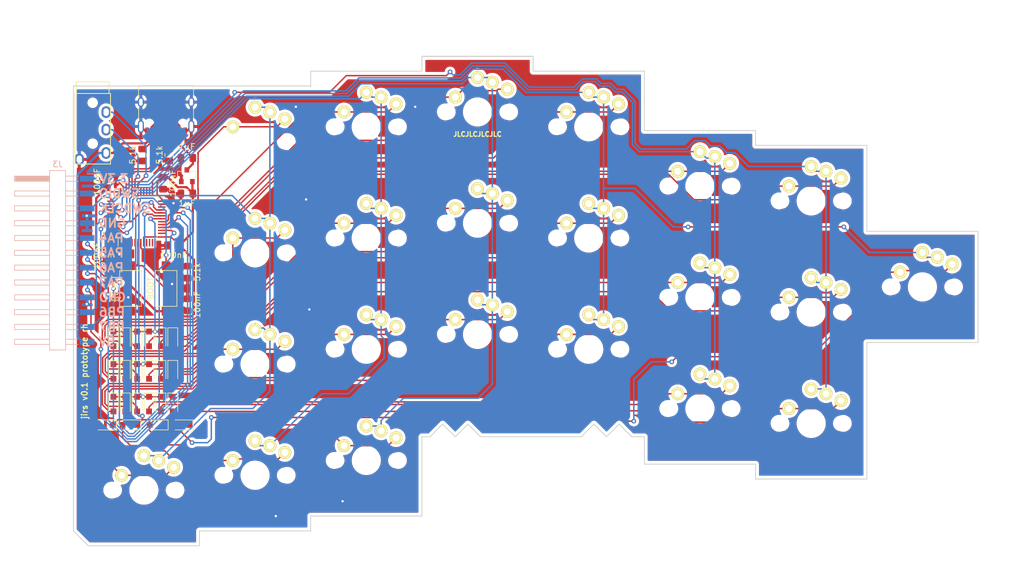
<source format=kicad_pcb>
(kicad_pcb (version 20171130) (host pcbnew 5.1.10)
  (layers (0 F.Cu signal) (31 B.Cu signal) (34 B.Paste user) (35 F.Paste user) (36 B.SilkS user) (37 F.SilkS user) (38 B.Mask user) (39 F.Mask user) (44 Edge.Cuts user hide))
  (net 0 "")
  (net 1 GND)
  (net 2 D+)
  (net 3 "Net-(J1-PadB5)")
  (net 4 "Net-(J1-PadA8)")
  (net 5 D-)
  (net 6 "Net-(J1-PadA5)")
  (net 7 "Net-(J1-PadB8)")
  (net 8 5V)
  (net 9 3.3V)
  (net 10 SWDIO)
  (net 11 SWDCLK)
  (net 12 PA4)
  (net 13 PA5)
  (net 14 PA6)
  (net 15 PA7)
  (net 16 PB6)
  (net 17 PB7)
  (net 18 TX)
  (net 19 RX)
  (net 20 COL4)
  (net 21 COL5)
  (net 22 COL2)
  (net 23 COL6)
  (net 24 COL3)
  (net 25 COL1)
  (net 26 "Net-(R1-Pad1)")
  (net 27 VBAT)
  (net 28 "Net-(U1-Pad2)")
  (net 29 "Net-(U1-Pad3)")
  (net 30 "Net-(U1-Pad4)")
  (net 31 "Net-(U1-Pad5)")
  (net 32 "Net-(U1-Pad6)")
  (net 33 "Net-(C1-Pad2)")
  (net 34 "Net-(U1-Pad10)")
  (net 35 "Net-(U1-Pad11)")
  (net 36 "Net-(U1-Pad12)")
  (net 37 "Net-(U1-Pad13)")
  (net 38 ROW1)
  (net 39 ROW2)
  (net 40 ROW3)
  (net 41 ROW4)
  (net 42 "Net-(U1-Pad22)")
  (net 43 "Net-(U1-Pad26)")
  (net 44 "Net-(U1-Pad27)")
  (net 45 "Net-(U1-Pad28)")
  (net 46 "Net-(U1-Pad29)")
  (net 47 "Net-(D26-Pad2)")
  (net 48 "Net-(D36-Pad2)")
  (net 49 "Net-(D35-Pad2)")
  (net 50 "Net-(D34-Pad2)")
  (net 51 "Net-(D33-Pad2)")
  (net 52 "Net-(D25-Pad2)")
  (net 53 "Net-(D24-Pad2)")
  (net 54 "Net-(D23-Pad2)")
  (net 55 "Net-(D21-Pad2)")
  (net 56 "Net-(D20-Pad2)")
  (net 57 "Net-(D19-Pad2)")
  (net 58 "Net-(D16-Pad2)")
  (net 59 "Net-(D14-Pad2)")
  (net 60 "Net-(D12-Pad2)")
  (net 61 "Net-(D11-Pad2)")
  (net 62 "Net-(D10-Pad2)")
  (net 63 "Net-(D15-Pad2)")
  (net 64 "Net-(D9-Pad2)")
  (net 65 "Net-(D7-Pad2)")
  (net 66 "Net-(D6-Pad2)")
  (net 67 "Net-(D5-Pad2)")
  (net 68 "Net-(D17-Pad2)")
  (module custom:CherryMX_Choc_1u (layer F.Cu) (at 131.064 129.032)
    (fp_text reference SW24 hide)
    (fp_text value SW_Push hide)
    (pad 1 thru_hole circle (at 5.1 -3.9 310) (size 2.2 2.2) (drill 1.2) (layers *.Cu F.SilkS B.Mask) (net 47 "Net-(D26-Pad2)"))
    (pad "" np_thru_hole circle (at 0 0 90) (size 4 4) (drill 4) (layers *.Cu *.Mask))
    (pad "" np_thru_hole circle (at -5.5 0 90) (size 1.9 1.9) (drill 1.9) (layers *.Cu *.Mask))
    (pad "" np_thru_hole circle (at 5.5 0 90) (size 1.9 1.9) (drill 1.9) (layers *.Cu *.Mask))
    (pad 2 thru_hole circle (at 0 -5.9 90) (size 2.2 2.2) (drill 1.2) (layers *.Cu F.SilkS B.Mask) (net 20 COL4))
    (pad 2 thru_hole circle (at 2.54 -5.08) (size 2.2 2.2) (drill 1.2) (layers *.Cu F.SilkS B.Mask) (net 20 COL4))
    (pad 1 thru_hole circle (at -3.81 -2.54 50) (size 2.2 2.2) (drill 1.2) (layers *.Cu F.SilkS B.Mask) (net 47 "Net-(D26-Pad2)"))
    (pad "" np_thru_hole circle (at 5.08 0) (size 1.7 1.7) (drill 1.7) (layers *.Cu *.Mask))
    (pad "" np_thru_hole circle (at -5.08 0) (size 1.7 1.7) (drill 1.7) (layers *.Cu *.Mask))
  )
  (module custom:CherryMX_Choc_1u (layer F.Cu) (at 112.014 74.422)
    (fp_text reference SW12 hide)
    (fp_text value SW_Push hide)
    (pad 1 thru_hole circle (at 5.1 -3.9 310) (size 2.2 2.2) (drill 1.2) (layers *.Cu F.SilkS B.Mask) (net 59 "Net-(D14-Pad2)"))
    (pad "" np_thru_hole circle (at 0 0 90) (size 4 4) (drill 4) (layers *.Cu *.Mask))
    (pad "" np_thru_hole circle (at -5.5 0 90) (size 1.9 1.9) (drill 1.9) (layers *.Cu *.Mask))
    (pad "" np_thru_hole circle (at 5.5 0 90) (size 1.9 1.9) (drill 1.9) (layers *.Cu *.Mask))
    (pad 2 thru_hole circle (at 0 -5.9 90) (size 2.2 2.2) (drill 1.2) (layers *.Cu F.SilkS B.Mask) (net 23 COL6))
    (pad 2 thru_hole circle (at 2.54 -5.08) (size 2.2 2.2) (drill 1.2) (layers *.Cu F.SilkS B.Mask) (net 23 COL6))
    (pad 1 thru_hole circle (at -3.81 -2.54 50) (size 2.2 2.2) (drill 1.2) (layers *.Cu F.SilkS B.Mask) (net 59 "Net-(D14-Pad2)"))
    (pad "" np_thru_hole circle (at 5.08 0) (size 1.7 1.7) (drill 1.7) (layers *.Cu *.Mask))
    (pad "" np_thru_hole circle (at -5.08 0) (size 1.7 1.7) (drill 1.7) (layers *.Cu *.Mask))
  )
  (module custom:CherryMX_Choc_1u (layer F.Cu) (at 92.964 134.112)
    (fp_text reference SW15 hide)
    (fp_text value SW_Push hide)
    (pad "" np_thru_hole circle (at -5.08 0) (size 1.7 1.7) (drill 1.7) (layers *.Cu *.Mask))
    (pad "" np_thru_hole circle (at 5.08 0) (size 1.7 1.7) (drill 1.7) (layers *.Cu *.Mask))
    (pad 1 thru_hole circle (at -3.81 -2.54 50) (size 2.2 2.2) (drill 1.2) (layers *.Cu F.SilkS B.Mask) (net 68 "Net-(D17-Pad2)"))
    (pad 2 thru_hole circle (at 2.54 -5.08) (size 2.2 2.2) (drill 1.2) (layers *.Cu F.SilkS B.Mask) (net 23 COL6))
    (pad 2 thru_hole circle (at 0 -5.9 90) (size 2.2 2.2) (drill 1.2) (layers *.Cu F.SilkS B.Mask) (net 23 COL6))
    (pad "" np_thru_hole circle (at 5.5 0 90) (size 1.9 1.9) (drill 1.9) (layers *.Cu *.Mask))
    (pad "" np_thru_hole circle (at -5.5 0 90) (size 1.9 1.9) (drill 1.9) (layers *.Cu *.Mask))
    (pad "" np_thru_hole circle (at 0 0 90) (size 4 4) (drill 4) (layers *.Cu *.Mask))
    (pad 1 thru_hole circle (at 5.1 -3.9 310) (size 2.2 2.2) (drill 1.2) (layers *.Cu F.SilkS B.Mask) (net 68 "Net-(D17-Pad2)"))
  )
  (module custom:CherryMX_Choc_1u (layer F.Cu) (at 207.264 84.582)
    (fp_text reference SW3 hide)
    (fp_text value SW_Push hide)
    (pad 1 thru_hole circle (at 5.1 -3.9 310) (size 2.2 2.2) (drill 1.2) (layers *.Cu F.SilkS B.Mask) (net 67 "Net-(D5-Pad2)"))
    (pad "" np_thru_hole circle (at 0 0 90) (size 4 4) (drill 4) (layers *.Cu *.Mask))
    (pad "" np_thru_hole circle (at -5.5 0 90) (size 1.9 1.9) (drill 1.9) (layers *.Cu *.Mask))
    (pad "" np_thru_hole circle (at 5.5 0 90) (size 1.9 1.9) (drill 1.9) (layers *.Cu *.Mask))
    (pad 2 thru_hole circle (at 0 -5.9 90) (size 2.2 2.2) (drill 1.2) (layers *.Cu F.SilkS B.Mask) (net 25 COL1))
    (pad 2 thru_hole circle (at 2.54 -5.08) (size 2.2 2.2) (drill 1.2) (layers *.Cu F.SilkS B.Mask) (net 25 COL1))
    (pad 1 thru_hole circle (at -3.81 -2.54 50) (size 2.2 2.2) (drill 1.2) (layers *.Cu F.SilkS B.Mask) (net 67 "Net-(D5-Pad2)"))
    (pad "" np_thru_hole circle (at 5.08 0) (size 1.7 1.7) (drill 1.7) (layers *.Cu *.Mask))
    (pad "" np_thru_hole circle (at -5.08 0) (size 1.7 1.7) (drill 1.7) (layers *.Cu *.Mask))
  )
  (module custom:CherryMX_Choc_1u (layer F.Cu) (at 207.264 103.632)
    (fp_text reference SW4 hide)
    (fp_text value SW_Push hide)
    (pad "" np_thru_hole circle (at -5.08 0) (size 1.7 1.7) (drill 1.7) (layers *.Cu *.Mask))
    (pad "" np_thru_hole circle (at 5.08 0) (size 1.7 1.7) (drill 1.7) (layers *.Cu *.Mask))
    (pad 1 thru_hole circle (at -3.81 -2.54 50) (size 2.2 2.2) (drill 1.2) (layers *.Cu F.SilkS B.Mask) (net 66 "Net-(D6-Pad2)"))
    (pad 2 thru_hole circle (at 2.54 -5.08) (size 2.2 2.2) (drill 1.2) (layers *.Cu F.SilkS B.Mask) (net 25 COL1))
    (pad 2 thru_hole circle (at 0 -5.9 90) (size 2.2 2.2) (drill 1.2) (layers *.Cu F.SilkS B.Mask) (net 25 COL1))
    (pad "" np_thru_hole circle (at 5.5 0 90) (size 1.9 1.9) (drill 1.9) (layers *.Cu *.Mask))
    (pad "" np_thru_hole circle (at -5.5 0 90) (size 1.9 1.9) (drill 1.9) (layers *.Cu *.Mask))
    (pad "" np_thru_hole circle (at 0 0 90) (size 4 4) (drill 4) (layers *.Cu *.Mask))
    (pad 1 thru_hole circle (at 5.1 -3.9 310) (size 2.2 2.2) (drill 1.2) (layers *.Cu F.SilkS B.Mask) (net 66 "Net-(D6-Pad2)"))
  )
  (module custom:CherryMX_Choc_1u (layer F.Cu) (at 207.264 122.682)
    (fp_text reference SW5 hide)
    (fp_text value SW_Push hide)
    (pad 1 thru_hole circle (at 5.1 -3.9 310) (size 2.2 2.2) (drill 1.2) (layers *.Cu F.SilkS B.Mask) (net 65 "Net-(D7-Pad2)"))
    (pad "" np_thru_hole circle (at 0 0 90) (size 4 4) (drill 4) (layers *.Cu *.Mask))
    (pad "" np_thru_hole circle (at -5.5 0 90) (size 1.9 1.9) (drill 1.9) (layers *.Cu *.Mask))
    (pad "" np_thru_hole circle (at 5.5 0 90) (size 1.9 1.9) (drill 1.9) (layers *.Cu *.Mask))
    (pad 2 thru_hole circle (at 0 -5.9 90) (size 2.2 2.2) (drill 1.2) (layers *.Cu F.SilkS B.Mask) (net 25 COL1))
    (pad 2 thru_hole circle (at 2.54 -5.08) (size 2.2 2.2) (drill 1.2) (layers *.Cu F.SilkS B.Mask) (net 25 COL1))
    (pad 1 thru_hole circle (at -3.81 -2.54 50) (size 2.2 2.2) (drill 1.2) (layers *.Cu F.SilkS B.Mask) (net 65 "Net-(D7-Pad2)"))
    (pad "" np_thru_hole circle (at 5.08 0) (size 1.7 1.7) (drill 1.7) (layers *.Cu *.Mask))
    (pad "" np_thru_hole circle (at -5.08 0) (size 1.7 1.7) (drill 1.7) (layers *.Cu *.Mask))
  )
  (module custom:CherryMX_Choc_1u (layer F.Cu) (at 169.164 71.882)
    (fp_text reference SW7 hide)
    (fp_text value SW_Push hide)
    (pad "" np_thru_hole circle (at -5.08 0) (size 1.7 1.7) (drill 1.7) (layers *.Cu *.Mask))
    (pad "" np_thru_hole circle (at 5.08 0) (size 1.7 1.7) (drill 1.7) (layers *.Cu *.Mask))
    (pad 1 thru_hole circle (at -3.81 -2.54 50) (size 2.2 2.2) (drill 1.2) (layers *.Cu F.SilkS B.Mask) (net 64 "Net-(D9-Pad2)"))
    (pad 2 thru_hole circle (at 2.54 -5.08) (size 2.2 2.2) (drill 1.2) (layers *.Cu F.SilkS B.Mask) (net 24 COL3))
    (pad 2 thru_hole circle (at 0 -5.9 90) (size 2.2 2.2) (drill 1.2) (layers *.Cu F.SilkS B.Mask) (net 24 COL3))
    (pad "" np_thru_hole circle (at 5.5 0 90) (size 1.9 1.9) (drill 1.9) (layers *.Cu *.Mask))
    (pad "" np_thru_hole circle (at -5.5 0 90) (size 1.9 1.9) (drill 1.9) (layers *.Cu *.Mask))
    (pad "" np_thru_hole circle (at 0 0 90) (size 4 4) (drill 4) (layers *.Cu *.Mask))
    (pad 1 thru_hole circle (at 5.1 -3.9 310) (size 2.2 2.2) (drill 1.2) (layers *.Cu F.SilkS B.Mask) (net 64 "Net-(D9-Pad2)"))
  )
  (module custom:CherryMX_Choc_1u (layer F.Cu) (at 112.014 93.472)
    (fp_text reference SW13 hide)
    (fp_text value SW_Push hide)
    (pad 1 thru_hole circle (at 5.1 -3.9 310) (size 2.2 2.2) (drill 1.2) (layers *.Cu F.SilkS B.Mask) (net 63 "Net-(D15-Pad2)"))
    (pad "" np_thru_hole circle (at 0 0 90) (size 4 4) (drill 4) (layers *.Cu *.Mask))
    (pad "" np_thru_hole circle (at -5.5 0 90) (size 1.9 1.9) (drill 1.9) (layers *.Cu *.Mask))
    (pad "" np_thru_hole circle (at 5.5 0 90) (size 1.9 1.9) (drill 1.9) (layers *.Cu *.Mask))
    (pad 2 thru_hole circle (at 0 -5.9 90) (size 2.2 2.2) (drill 1.2) (layers *.Cu F.SilkS B.Mask) (net 23 COL6))
    (pad 2 thru_hole circle (at 2.54 -5.08) (size 2.2 2.2) (drill 1.2) (layers *.Cu F.SilkS B.Mask) (net 23 COL6))
    (pad 1 thru_hole circle (at -3.81 -2.54 50) (size 2.2 2.2) (drill 1.2) (layers *.Cu F.SilkS B.Mask) (net 63 "Net-(D15-Pad2)"))
    (pad "" np_thru_hole circle (at 5.08 0) (size 1.7 1.7) (drill 1.7) (layers *.Cu *.Mask))
    (pad "" np_thru_hole circle (at -5.08 0) (size 1.7 1.7) (drill 1.7) (layers *.Cu *.Mask))
  )
  (module custom:CherryMX_Choc_1u (layer F.Cu) (at 169.164 90.932)
    (fp_text reference SW8 hide)
    (fp_text value SW_Push hide)
    (pad "" np_thru_hole circle (at -5.08 0) (size 1.7 1.7) (drill 1.7) (layers *.Cu *.Mask))
    (pad "" np_thru_hole circle (at 5.08 0) (size 1.7 1.7) (drill 1.7) (layers *.Cu *.Mask))
    (pad 1 thru_hole circle (at -3.81 -2.54 50) (size 2.2 2.2) (drill 1.2) (layers *.Cu F.SilkS B.Mask) (net 62 "Net-(D10-Pad2)"))
    (pad 2 thru_hole circle (at 2.54 -5.08) (size 2.2 2.2) (drill 1.2) (layers *.Cu F.SilkS B.Mask) (net 24 COL3))
    (pad 2 thru_hole circle (at 0 -5.9 90) (size 2.2 2.2) (drill 1.2) (layers *.Cu F.SilkS B.Mask) (net 24 COL3))
    (pad "" np_thru_hole circle (at 5.5 0 90) (size 1.9 1.9) (drill 1.9) (layers *.Cu *.Mask))
    (pad "" np_thru_hole circle (at -5.5 0 90) (size 1.9 1.9) (drill 1.9) (layers *.Cu *.Mask))
    (pad "" np_thru_hole circle (at 0 0 90) (size 4 4) (drill 4) (layers *.Cu *.Mask))
    (pad 1 thru_hole circle (at 5.1 -3.9 310) (size 2.2 2.2) (drill 1.2) (layers *.Cu F.SilkS B.Mask) (net 62 "Net-(D10-Pad2)"))
  )
  (module custom:CherryMX_Choc_1u (layer F.Cu) (at 169.164 109.982)
    (fp_text reference SW9 hide)
    (fp_text value SW_Push hide)
    (pad 1 thru_hole circle (at 5.1 -3.9 310) (size 2.2 2.2) (drill 1.2) (layers *.Cu F.SilkS B.Mask) (net 61 "Net-(D11-Pad2)"))
    (pad "" np_thru_hole circle (at 0 0 90) (size 4 4) (drill 4) (layers *.Cu *.Mask))
    (pad "" np_thru_hole circle (at -5.5 0 90) (size 1.9 1.9) (drill 1.9) (layers *.Cu *.Mask))
    (pad "" np_thru_hole circle (at 5.5 0 90) (size 1.9 1.9) (drill 1.9) (layers *.Cu *.Mask))
    (pad 2 thru_hole circle (at 0 -5.9 90) (size 2.2 2.2) (drill 1.2) (layers *.Cu F.SilkS B.Mask) (net 24 COL3))
    (pad 2 thru_hole circle (at 2.54 -5.08) (size 2.2 2.2) (drill 1.2) (layers *.Cu F.SilkS B.Mask) (net 24 COL3))
    (pad 1 thru_hole circle (at -3.81 -2.54 50) (size 2.2 2.2) (drill 1.2) (layers *.Cu F.SilkS B.Mask) (net 61 "Net-(D11-Pad2)"))
    (pad "" np_thru_hole circle (at 5.08 0) (size 1.7 1.7) (drill 1.7) (layers *.Cu *.Mask))
    (pad "" np_thru_hole circle (at -5.08 0) (size 1.7 1.7) (drill 1.7) (layers *.Cu *.Mask))
  )
  (module custom:CherryMX_Choc_1u (layer F.Cu) (at 226.314 99.314)
    (fp_text reference SW10 hide)
    (fp_text value SW_Push hide)
    (pad "" np_thru_hole circle (at -5.08 0) (size 1.7 1.7) (drill 1.7) (layers *.Cu *.Mask))
    (pad "" np_thru_hole circle (at 5.08 0) (size 1.7 1.7) (drill 1.7) (layers *.Cu *.Mask))
    (pad 1 thru_hole circle (at -3.81 -2.54 50) (size 2.2 2.2) (drill 1.2) (layers *.Cu F.SilkS B.Mask) (net 60 "Net-(D12-Pad2)"))
    (pad 2 thru_hole circle (at 2.54 -5.08) (size 2.2 2.2) (drill 1.2) (layers *.Cu F.SilkS B.Mask) (net 24 COL3))
    (pad 2 thru_hole circle (at 0 -5.9 90) (size 2.2 2.2) (drill 1.2) (layers *.Cu F.SilkS B.Mask) (net 24 COL3))
    (pad "" np_thru_hole circle (at 5.5 0 90) (size 1.9 1.9) (drill 1.9) (layers *.Cu *.Mask))
    (pad "" np_thru_hole circle (at -5.5 0 90) (size 1.9 1.9) (drill 1.9) (layers *.Cu *.Mask))
    (pad "" np_thru_hole circle (at 0 0 90) (size 4 4) (drill 4) (layers *.Cu *.Mask))
    (pad 1 thru_hole circle (at 5.1 -3.9 310) (size 2.2 2.2) (drill 1.2) (layers *.Cu F.SilkS B.Mask) (net 60 "Net-(D12-Pad2)"))
  )
  (module custom:CherryMX_Choc_1u (layer F.Cu) (at 112.014 112.522)
    (fp_text reference SW14 hide)
    (fp_text value SW_Push hide)
    (pad "" np_thru_hole circle (at -5.08 0) (size 1.7 1.7) (drill 1.7) (layers *.Cu *.Mask))
    (pad "" np_thru_hole circle (at 5.08 0) (size 1.7 1.7) (drill 1.7) (layers *.Cu *.Mask))
    (pad 1 thru_hole circle (at -3.81 -2.54 50) (size 2.2 2.2) (drill 1.2) (layers *.Cu F.SilkS B.Mask) (net 58 "Net-(D16-Pad2)"))
    (pad 2 thru_hole circle (at 2.54 -5.08) (size 2.2 2.2) (drill 1.2) (layers *.Cu F.SilkS B.Mask) (net 23 COL6))
    (pad 2 thru_hole circle (at 0 -5.9 90) (size 2.2 2.2) (drill 1.2) (layers *.Cu F.SilkS B.Mask) (net 23 COL6))
    (pad "" np_thru_hole circle (at 5.5 0 90) (size 1.9 1.9) (drill 1.9) (layers *.Cu *.Mask))
    (pad "" np_thru_hole circle (at -5.5 0 90) (size 1.9 1.9) (drill 1.9) (layers *.Cu *.Mask))
    (pad "" np_thru_hole circle (at 0 0 90) (size 4 4) (drill 4) (layers *.Cu *.Mask))
    (pad 1 thru_hole circle (at 5.1 -3.9 310) (size 2.2 2.2) (drill 1.2) (layers *.Cu F.SilkS B.Mask) (net 58 "Net-(D16-Pad2)"))
  )
  (module custom:CherryMX_Choc_1u (layer F.Cu) (at 188.214 82.042)
    (fp_text reference SW17 hide)
    (fp_text value SW_Push hide)
    (pad 1 thru_hole circle (at 5.1 -3.9 310) (size 2.2 2.2) (drill 1.2) (layers *.Cu F.SilkS B.Mask) (net 57 "Net-(D19-Pad2)"))
    (pad "" np_thru_hole circle (at 0 0 90) (size 4 4) (drill 4) (layers *.Cu *.Mask))
    (pad "" np_thru_hole circle (at -5.5 0 90) (size 1.9 1.9) (drill 1.9) (layers *.Cu *.Mask))
    (pad "" np_thru_hole circle (at 5.5 0 90) (size 1.9 1.9) (drill 1.9) (layers *.Cu *.Mask))
    (pad 2 thru_hole circle (at 0 -5.9 90) (size 2.2 2.2) (drill 1.2) (layers *.Cu F.SilkS B.Mask) (net 22 COL2))
    (pad 2 thru_hole circle (at 2.54 -5.08) (size 2.2 2.2) (drill 1.2) (layers *.Cu F.SilkS B.Mask) (net 22 COL2))
    (pad 1 thru_hole circle (at -3.81 -2.54 50) (size 2.2 2.2) (drill 1.2) (layers *.Cu F.SilkS B.Mask) (net 57 "Net-(D19-Pad2)"))
    (pad "" np_thru_hole circle (at 5.08 0) (size 1.7 1.7) (drill 1.7) (layers *.Cu *.Mask))
    (pad "" np_thru_hole circle (at -5.08 0) (size 1.7 1.7) (drill 1.7) (layers *.Cu *.Mask))
  )
  (module custom:CherryMX_Choc_1u (layer F.Cu) (at 188.214 101.092)
    (fp_text reference SW18 hide)
    (fp_text value SW_Push hide)
    (pad "" np_thru_hole circle (at -5.08 0) (size 1.7 1.7) (drill 1.7) (layers *.Cu *.Mask))
    (pad "" np_thru_hole circle (at 5.08 0) (size 1.7 1.7) (drill 1.7) (layers *.Cu *.Mask))
    (pad 1 thru_hole circle (at -3.81 -2.54 50) (size 2.2 2.2) (drill 1.2) (layers *.Cu F.SilkS B.Mask) (net 56 "Net-(D20-Pad2)"))
    (pad 2 thru_hole circle (at 2.54 -5.08) (size 2.2 2.2) (drill 1.2) (layers *.Cu F.SilkS B.Mask) (net 22 COL2))
    (pad 2 thru_hole circle (at 0 -5.9 90) (size 2.2 2.2) (drill 1.2) (layers *.Cu F.SilkS B.Mask) (net 22 COL2))
    (pad "" np_thru_hole circle (at 5.5 0 90) (size 1.9 1.9) (drill 1.9) (layers *.Cu *.Mask))
    (pad "" np_thru_hole circle (at -5.5 0 90) (size 1.9 1.9) (drill 1.9) (layers *.Cu *.Mask))
    (pad "" np_thru_hole circle (at 0 0 90) (size 4 4) (drill 4) (layers *.Cu *.Mask))
    (pad 1 thru_hole circle (at 5.1 -3.9 310) (size 2.2 2.2) (drill 1.2) (layers *.Cu F.SilkS B.Mask) (net 56 "Net-(D20-Pad2)"))
  )
  (module custom:CherryMX_Choc_1u (layer F.Cu) (at 188.214 120.142)
    (fp_text reference SW19 hide)
    (fp_text value SW_Push hide)
    (pad 1 thru_hole circle (at 5.1 -3.9 310) (size 2.2 2.2) (drill 1.2) (layers *.Cu F.SilkS B.Mask) (net 55 "Net-(D21-Pad2)"))
    (pad "" np_thru_hole circle (at 0 0 90) (size 4 4) (drill 4) (layers *.Cu *.Mask))
    (pad "" np_thru_hole circle (at -5.5 0 90) (size 1.9 1.9) (drill 1.9) (layers *.Cu *.Mask))
    (pad "" np_thru_hole circle (at 5.5 0 90) (size 1.9 1.9) (drill 1.9) (layers *.Cu *.Mask))
    (pad 2 thru_hole circle (at 0 -5.9 90) (size 2.2 2.2) (drill 1.2) (layers *.Cu F.SilkS B.Mask) (net 22 COL2))
    (pad 2 thru_hole circle (at 2.54 -5.08) (size 2.2 2.2) (drill 1.2) (layers *.Cu F.SilkS B.Mask) (net 22 COL2))
    (pad 1 thru_hole circle (at -3.81 -2.54 50) (size 2.2 2.2) (drill 1.2) (layers *.Cu F.SilkS B.Mask) (net 55 "Net-(D21-Pad2)"))
    (pad "" np_thru_hole circle (at 5.08 0) (size 1.7 1.7) (drill 1.7) (layers *.Cu *.Mask))
    (pad "" np_thru_hole circle (at -5.08 0) (size 1.7 1.7) (drill 1.7) (layers *.Cu *.Mask))
  )
  (module custom:CherryMX_Choc_1u (layer F.Cu) (at 150.114 69.342)
    (fp_text reference SW21 hide)
    (fp_text value SW_Push hide)
    (pad "" np_thru_hole circle (at -5.08 0) (size 1.7 1.7) (drill 1.7) (layers *.Cu *.Mask))
    (pad "" np_thru_hole circle (at 5.08 0) (size 1.7 1.7) (drill 1.7) (layers *.Cu *.Mask))
    (pad 1 thru_hole circle (at -3.81 -2.54 50) (size 2.2 2.2) (drill 1.2) (layers *.Cu F.SilkS B.Mask) (net 54 "Net-(D23-Pad2)"))
    (pad 2 thru_hole circle (at 2.54 -5.08) (size 2.2 2.2) (drill 1.2) (layers *.Cu F.SilkS B.Mask) (net 20 COL4))
    (pad 2 thru_hole circle (at 0 -5.9 90) (size 2.2 2.2) (drill 1.2) (layers *.Cu F.SilkS B.Mask) (net 20 COL4))
    (pad "" np_thru_hole circle (at 5.5 0 90) (size 1.9 1.9) (drill 1.9) (layers *.Cu *.Mask))
    (pad "" np_thru_hole circle (at -5.5 0 90) (size 1.9 1.9) (drill 1.9) (layers *.Cu *.Mask))
    (pad "" np_thru_hole circle (at 0 0 90) (size 4 4) (drill 4) (layers *.Cu *.Mask))
    (pad 1 thru_hole circle (at 5.1 -3.9 310) (size 2.2 2.2) (drill 1.2) (layers *.Cu F.SilkS B.Mask) (net 54 "Net-(D23-Pad2)"))
  )
  (module custom:CherryMX_Choc_1u (layer F.Cu) (at 150.114 88.392)
    (fp_text reference SW22 hide)
    (fp_text value SW_Push hide)
    (pad 1 thru_hole circle (at 5.1 -3.9 310) (size 2.2 2.2) (drill 1.2) (layers *.Cu F.SilkS B.Mask) (net 53 "Net-(D24-Pad2)"))
    (pad "" np_thru_hole circle (at 0 0 90) (size 4 4) (drill 4) (layers *.Cu *.Mask))
    (pad "" np_thru_hole circle (at -5.5 0 90) (size 1.9 1.9) (drill 1.9) (layers *.Cu *.Mask))
    (pad "" np_thru_hole circle (at 5.5 0 90) (size 1.9 1.9) (drill 1.9) (layers *.Cu *.Mask))
    (pad 2 thru_hole circle (at 0 -5.9 90) (size 2.2 2.2) (drill 1.2) (layers *.Cu F.SilkS B.Mask) (net 20 COL4))
    (pad 2 thru_hole circle (at 2.54 -5.08) (size 2.2 2.2) (drill 1.2) (layers *.Cu F.SilkS B.Mask) (net 20 COL4))
    (pad 1 thru_hole circle (at -3.81 -2.54 50) (size 2.2 2.2) (drill 1.2) (layers *.Cu F.SilkS B.Mask) (net 53 "Net-(D24-Pad2)"))
    (pad "" np_thru_hole circle (at 5.08 0) (size 1.7 1.7) (drill 1.7) (layers *.Cu *.Mask))
    (pad "" np_thru_hole circle (at -5.08 0) (size 1.7 1.7) (drill 1.7) (layers *.Cu *.Mask))
  )
  (module custom:CherryMX_Choc_1u (layer F.Cu) (at 150.114 107.442)
    (fp_text reference SW23 hide)
    (fp_text value SW_Push hide)
    (pad "" np_thru_hole circle (at -5.08 0) (size 1.7 1.7) (drill 1.7) (layers *.Cu *.Mask))
    (pad "" np_thru_hole circle (at 5.08 0) (size 1.7 1.7) (drill 1.7) (layers *.Cu *.Mask))
    (pad 1 thru_hole circle (at -3.81 -2.54 50) (size 2.2 2.2) (drill 1.2) (layers *.Cu F.SilkS B.Mask) (net 52 "Net-(D25-Pad2)"))
    (pad 2 thru_hole circle (at 2.54 -5.08) (size 2.2 2.2) (drill 1.2) (layers *.Cu F.SilkS B.Mask) (net 20 COL4))
    (pad 2 thru_hole circle (at 0 -5.9 90) (size 2.2 2.2) (drill 1.2) (layers *.Cu F.SilkS B.Mask) (net 20 COL4))
    (pad "" np_thru_hole circle (at 5.5 0 90) (size 1.9 1.9) (drill 1.9) (layers *.Cu *.Mask))
    (pad "" np_thru_hole circle (at -5.5 0 90) (size 1.9 1.9) (drill 1.9) (layers *.Cu *.Mask))
    (pad "" np_thru_hole circle (at 0 0 90) (size 4 4) (drill 4) (layers *.Cu *.Mask))
    (pad 1 thru_hole circle (at 5.1 -3.9 310) (size 2.2 2.2) (drill 1.2) (layers *.Cu F.SilkS B.Mask) (net 52 "Net-(D25-Pad2)"))
  )
  (module custom:CherryMX_Choc_1u (layer F.Cu) (at 131.064 71.882)
    (fp_text reference SW31 hide)
    (fp_text value SW_Push hide)
    (pad 1 thru_hole circle (at 5.1 -3.9 310) (size 2.2 2.2) (drill 1.2) (layers *.Cu F.SilkS B.Mask) (net 51 "Net-(D33-Pad2)"))
    (pad "" np_thru_hole circle (at 0 0 90) (size 4 4) (drill 4) (layers *.Cu *.Mask))
    (pad "" np_thru_hole circle (at -5.5 0 90) (size 1.9 1.9) (drill 1.9) (layers *.Cu *.Mask))
    (pad "" np_thru_hole circle (at 5.5 0 90) (size 1.9 1.9) (drill 1.9) (layers *.Cu *.Mask))
    (pad 2 thru_hole circle (at 0 -5.9 90) (size 2.2 2.2) (drill 1.2) (layers *.Cu F.SilkS B.Mask) (net 21 COL5))
    (pad 2 thru_hole circle (at 2.54 -5.08) (size 2.2 2.2) (drill 1.2) (layers *.Cu F.SilkS B.Mask) (net 21 COL5))
    (pad 1 thru_hole circle (at -3.81 -2.54 50) (size 2.2 2.2) (drill 1.2) (layers *.Cu F.SilkS B.Mask) (net 51 "Net-(D33-Pad2)"))
    (pad "" np_thru_hole circle (at 5.08 0) (size 1.7 1.7) (drill 1.7) (layers *.Cu *.Mask))
    (pad "" np_thru_hole circle (at -5.08 0) (size 1.7 1.7) (drill 1.7) (layers *.Cu *.Mask))
  )
  (module custom:CherryMX_Choc_1u (layer F.Cu) (at 131.064 90.932)
    (fp_text reference SW32 hide)
    (fp_text value SW_Push hide)
    (pad "" np_thru_hole circle (at -5.08 0) (size 1.7 1.7) (drill 1.7) (layers *.Cu *.Mask))
    (pad "" np_thru_hole circle (at 5.08 0) (size 1.7 1.7) (drill 1.7) (layers *.Cu *.Mask))
    (pad 1 thru_hole circle (at -3.81 -2.54 50) (size 2.2 2.2) (drill 1.2) (layers *.Cu F.SilkS B.Mask) (net 50 "Net-(D34-Pad2)"))
    (pad 2 thru_hole circle (at 2.54 -5.08) (size 2.2 2.2) (drill 1.2) (layers *.Cu F.SilkS B.Mask) (net 21 COL5))
    (pad 2 thru_hole circle (at 0 -5.9 90) (size 2.2 2.2) (drill 1.2) (layers *.Cu F.SilkS B.Mask) (net 21 COL5))
    (pad "" np_thru_hole circle (at 5.5 0 90) (size 1.9 1.9) (drill 1.9) (layers *.Cu *.Mask))
    (pad "" np_thru_hole circle (at -5.5 0 90) (size 1.9 1.9) (drill 1.9) (layers *.Cu *.Mask))
    (pad "" np_thru_hole circle (at 0 0 90) (size 4 4) (drill 4) (layers *.Cu *.Mask))
    (pad 1 thru_hole circle (at 5.1 -3.9 310) (size 2.2 2.2) (drill 1.2) (layers *.Cu F.SilkS B.Mask) (net 50 "Net-(D34-Pad2)"))
  )
  (module custom:CherryMX_Choc_1u (layer F.Cu) (at 131.064 109.982)
    (fp_text reference SW33 hide)
    (fp_text value SW_Push hide)
    (pad 1 thru_hole circle (at 5.1 -3.9 310) (size 2.2 2.2) (drill 1.2) (layers *.Cu F.SilkS B.Mask) (net 49 "Net-(D35-Pad2)"))
    (pad "" np_thru_hole circle (at 0 0 90) (size 4 4) (drill 4) (layers *.Cu *.Mask))
    (pad "" np_thru_hole circle (at -5.5 0 90) (size 1.9 1.9) (drill 1.9) (layers *.Cu *.Mask))
    (pad "" np_thru_hole circle (at 5.5 0 90) (size 1.9 1.9) (drill 1.9) (layers *.Cu *.Mask))
    (pad 2 thru_hole circle (at 0 -5.9 90) (size 2.2 2.2) (drill 1.2) (layers *.Cu F.SilkS B.Mask) (net 21 COL5))
    (pad 2 thru_hole circle (at 2.54 -5.08) (size 2.2 2.2) (drill 1.2) (layers *.Cu F.SilkS B.Mask) (net 21 COL5))
    (pad 1 thru_hole circle (at -3.81 -2.54 50) (size 2.2 2.2) (drill 1.2) (layers *.Cu F.SilkS B.Mask) (net 49 "Net-(D35-Pad2)"))
    (pad "" np_thru_hole circle (at 5.08 0) (size 1.7 1.7) (drill 1.7) (layers *.Cu *.Mask))
    (pad "" np_thru_hole circle (at -5.08 0) (size 1.7 1.7) (drill 1.7) (layers *.Cu *.Mask))
  )
  (module custom:CherryMX_Choc_1u (layer F.Cu) (at 112.014 131.572)
    (fp_text reference SW34 hide)
    (fp_text value SW_Push hide)
    (pad "" np_thru_hole circle (at -5.08 0) (size 1.7 1.7) (drill 1.7) (layers *.Cu *.Mask))
    (pad "" np_thru_hole circle (at 5.08 0) (size 1.7 1.7) (drill 1.7) (layers *.Cu *.Mask))
    (pad 1 thru_hole circle (at -3.81 -2.54 50) (size 2.2 2.2) (drill 1.2) (layers *.Cu F.SilkS B.Mask) (net 48 "Net-(D36-Pad2)"))
    (pad 2 thru_hole circle (at 2.54 -5.08) (size 2.2 2.2) (drill 1.2) (layers *.Cu F.SilkS B.Mask) (net 21 COL5))
    (pad 2 thru_hole circle (at 0 -5.9 90) (size 2.2 2.2) (drill 1.2) (layers *.Cu F.SilkS B.Mask) (net 21 COL5))
    (pad "" np_thru_hole circle (at 5.5 0 90) (size 1.9 1.9) (drill 1.9) (layers *.Cu *.Mask))
    (pad "" np_thru_hole circle (at -5.5 0 90) (size 1.9 1.9) (drill 1.9) (layers *.Cu *.Mask))
    (pad "" np_thru_hole circle (at 0 0 90) (size 4 4) (drill 4) (layers *.Cu *.Mask))
    (pad 1 thru_hole circle (at 5.1 -3.9 310) (size 2.2 2.2) (drill 1.2) (layers *.Cu F.SilkS B.Mask) (net 48 "Net-(D36-Pad2)"))
  )
  (module Button_Switch_SMD:SW_SPST_CK_RS282G05A3 (layer F.Cu) (at 90.678 99.568 90)
    (fp_text reference SW2 hide)
    (fp_text value RESET (at 0 -2.667 90) (layer F.SilkS))
    (pad 2 smd rect (at 3.9 0 90) (size 1.5 1.5) (layers F.Cu F.Paste F.Mask) (net 33 "Net-(C1-Pad2)"))
    (pad 1 smd rect (at -3.9 0 90) (size 1.5 1.5) (layers F.Cu F.Paste F.Mask) (net 1 GND))
  )
  (module Button_Switch_SMD:SW_SPST_CK_RS282G05A3 (layer F.Cu) (at 96.774 99.568 270)
    (fp_text reference SW1 hide)
    (fp_text value BOOT (at 0 2.667 270) (layer F.SilkS))
    (pad 1 smd rect (at -3.9 0 270) (size 1.5 1.5) (layers F.Cu F.Paste F.Mask) (net 26 "Net-(R1-Pad1)"))
    (pad 2 smd rect (at 3.9 0 270) (size 1.5 1.5) (layers F.Cu F.Paste F.Mask) (net 9 3.3V))
  )
  (module Capacitor_SMD:C_0805_2012Metric_Pad1.15x1.40mm_HandSolder (layer F.Cu) (at 100.457 102.362 270)
    (fp_text reference C1 hide)
    (fp_text value 100nF (at 0 -1.651 270) (layer F.SilkS))
    (pad 1 smd roundrect (at -1.025 0 270) (size 1.15 1.4) (layers F.Cu F.Paste F.Mask) (roundrect_rratio 0.2173904347826087) (net 1 GND))
    (pad 2 smd roundrect (at 1.025 0 270) (size 1.15 1.4) (layers F.Cu F.Paste F.Mask) (roundrect_rratio 0.2173904347826087) (net 33 "Net-(C1-Pad2)"))
  )
  (module Capacitor_SMD:C_0805_2012Metric_Pad1.15x1.40mm_HandSolder (layer F.Cu) (at 86.614 81.28 270)
    (fp_text reference C2 hide)
    (fp_text value 100nF (at 0 1.65 270) (layer F.SilkS))
    (pad 2 smd roundrect (at 1.025 0 270) (size 1.15 1.4) (layers F.Cu F.Paste F.Mask) (roundrect_rratio 0.2173904347826087) (net 9 3.3V))
    (pad 1 smd roundrect (at -1.025 0 270) (size 1.15 1.4) (layers F.Cu F.Paste F.Mask) (roundrect_rratio 0.2173904347826087) (net 1 GND))
  )
  (module Capacitor_SMD:C_0805_2012Metric_Pad1.15x1.40mm_HandSolder (layer F.Cu) (at 96.266 81.534 90)
    (fp_text reference C3 hide)
    (fp_text value 100nF (at 0 1.651 90) (layer F.SilkS))
    (pad 1 smd roundrect (at -1.025 0 90) (size 1.15 1.4) (layers F.Cu F.Paste F.Mask) (roundrect_rratio 0.2173904347826087) (net 1 GND))
    (pad 2 smd roundrect (at 1.025 0 90) (size 1.15 1.4) (layers F.Cu F.Paste F.Mask) (roundrect_rratio 0.2173904347826087) (net 9 3.3V))
  )
  (module Capacitor_SMD:C_0805_2012Metric_Pad1.15x1.40mm_HandSolder (layer F.Cu) (at 98.044 92.202)
    (fp_text reference C4 hide)
    (fp_text value 100nF (at 0 1.65) (layer F.SilkS))
    (pad 2 smd roundrect (at 1.025 0) (size 1.15 1.4) (layers F.Cu F.Paste F.Mask) (roundrect_rratio 0.2173904347826087) (net 9 3.3V))
    (pad 1 smd roundrect (at -1.025 0) (size 1.15 1.4) (layers F.Cu F.Paste F.Mask) (roundrect_rratio 0.2173904347826087) (net 1 GND))
  )
  (module Capacitor_SMD:C_0805_2012Metric_Pad1.15x1.40mm_HandSolder (layer F.Cu) (at 86.614 93.98 270)
    (fp_text reference C5 hide)
    (fp_text value 100nF (at 0 1.65 270) (layer F.SilkS))
    (pad 1 smd roundrect (at -1.025 0 270) (size 1.15 1.4) (layers F.Cu F.Paste F.Mask) (roundrect_rratio 0.2173904347826087) (net 1 GND))
    (pad 2 smd roundrect (at 1.025 0 270) (size 1.15 1.4) (layers F.Cu F.Paste F.Mask) (roundrect_rratio 0.2173904347826087) (net 9 3.3V))
  )
  (module Capacitor_SMD:C_0805_2012Metric_Pad1.15x1.40mm_HandSolder (layer F.Cu) (at 100.33 83.312)
    (fp_text reference C6 hide)
    (fp_text value 1µF (at 0 1.65) (layer F.SilkS))
    (pad 2 smd roundrect (at 1.025 0) (size 1.15 1.4) (layers F.Cu F.Paste F.Mask) (roundrect_rratio 0.2173904347826087) (net 9 3.3V))
    (pad 1 smd roundrect (at -1.025 0) (size 1.15 1.4) (layers F.Cu F.Paste F.Mask) (roundrect_rratio 0.2173904347826087) (net 1 GND))
  )
  (module Capacitor_SMD:C_0805_2012Metric_Pad1.15x1.40mm_HandSolder (layer F.Cu) (at 100.33 77.216)
    (fp_text reference C7 hide)
    (fp_text value 1µF (at 0 -1.905) (layer F.SilkS))
    (pad 1 smd roundrect (at -1.025 0) (size 1.15 1.4) (layers F.Cu F.Paste F.Mask) (roundrect_rratio 0.2173904347826087) (net 1 GND))
    (pad 2 smd roundrect (at 1.025 0) (size 1.15 1.4) (layers F.Cu F.Paste F.Mask) (roundrect_rratio 0.2173904347826087) (net 8 5V))
  )
  (module Diode_SMD:D_SOD-323_HandSoldering (layer F.Cu) (at 86.38 122.936 180)
    (fp_text reference D17 hide)
    (fp_text value D4.6)
    (pad 2 smd rect (at 1.25 0 180) (size 1 1) (layers F.Cu F.Paste F.Mask) (net 68 "Net-(D17-Pad2)"))
    (pad 1 smd rect (at -1.25 0 180) (size 1 1) (layers F.Cu F.Paste F.Mask) (net 41 ROW4))
  )
  (module Diode_SMD:D_SOD-323_HandSoldering (layer F.Cu) (at 87.757 113.792 270)
    (fp_text reference D15 hide)
    (fp_text value D2.6)
    (pad 1 smd rect (at -1.25 0 270) (size 1 1) (layers F.Cu F.Paste F.Mask) (net 39 ROW2))
    (pad 2 smd rect (at 1.25 0 270) (size 1 1) (layers F.Cu F.Paste F.Mask) (net 63 "Net-(D15-Pad2)"))
  )
  (module Diode_SMD:D_SOD-323_HandSoldering (layer F.Cu) (at 87.757 108.204 270)
    (fp_text reference D14 hide)
    (fp_text value D1.6)
    (pad 2 smd rect (at 1.25 0 270) (size 1 1) (layers F.Cu F.Paste F.Mask) (net 59 "Net-(D14-Pad2)"))
    (pad 1 smd rect (at -1.25 0 270) (size 1 1) (layers F.Cu F.Paste F.Mask) (net 38 ROW1))
  )
  (module Diode_SMD:D_SOD-323_HandSoldering (layer F.Cu) (at 99.548 122.936 180)
    (fp_text reference D12 hide)
    (fp_text value D4.3)
    (pad 1 smd rect (at -1.25 0 180) (size 1 1) (layers F.Cu F.Paste F.Mask) (net 41 ROW4))
    (pad 2 smd rect (at 1.25 0 180) (size 1 1) (layers F.Cu F.Paste F.Mask) (net 60 "Net-(D12-Pad2)"))
  )
  (module Diode_SMD:D_SOD-323_HandSoldering (layer F.Cu) (at 93.853 119.38 270)
    (fp_text reference D11 hide)
    (fp_text value D3.3)
    (pad 2 smd rect (at 1.25 0 270) (size 1 1) (layers F.Cu F.Paste F.Mask) (net 61 "Net-(D11-Pad2)"))
    (pad 1 smd rect (at -1.25 0 270) (size 1 1) (layers F.Cu F.Paste F.Mask) (net 40 ROW3))
  )
  (module Diode_SMD:D_SOD-323_HandSoldering (layer F.Cu) (at 93.853 113.792 270)
    (fp_text reference D10 hide)
    (fp_text value D2.3)
    (pad 1 smd rect (at -1.25 0 270) (size 1 1) (layers F.Cu F.Paste F.Mask) (net 39 ROW2))
    (pad 2 smd rect (at 1.25 0 270) (size 1 1) (layers F.Cu F.Paste F.Mask) (net 62 "Net-(D10-Pad2)"))
  )
  (module Diode_SMD:D_SOD-323_HandSoldering (layer F.Cu) (at 93.853 108.204 270)
    (fp_text reference D9 hide)
    (fp_text value D1.3)
    (pad 2 smd rect (at 1.25 0 270) (size 1 1) (layers F.Cu F.Paste F.Mask) (net 64 "Net-(D9-Pad2)"))
    (pad 1 smd rect (at -1.25 0 270) (size 1 1) (layers F.Cu F.Paste F.Mask) (net 38 ROW1))
  )
  (module Diode_SMD:D_SOD-323_HandSoldering (layer F.Cu) (at 97.917 119.38 270)
    (fp_text reference D7 hide)
    (fp_text value D3.1)
    (pad 1 smd rect (at -1.25 0 270) (size 1 1) (layers F.Cu F.Paste F.Mask) (net 40 ROW3))
    (pad 2 smd rect (at 1.25 0 270) (size 1 1) (layers F.Cu F.Paste F.Mask) (net 65 "Net-(D7-Pad2)"))
  )
  (module Diode_SMD:D_SOD-323_HandSoldering (layer F.Cu) (at 97.917 113.792 270)
    (fp_text reference D6 hide)
    (fp_text value D2.1)
    (pad 2 smd rect (at 1.25 0 270) (size 1 1) (layers F.Cu F.Paste F.Mask) (net 66 "Net-(D6-Pad2)"))
    (pad 1 smd rect (at -1.25 0 270) (size 1 1) (layers F.Cu F.Paste F.Mask) (net 39 ROW2))
  )
  (module Diode_SMD:D_SOD-323_HandSoldering (layer F.Cu) (at 97.917 108.204 270)
    (fp_text reference D5 hide)
    (fp_text value D1.1)
    (pad 1 smd rect (at -1.25 0 270) (size 1 1) (layers F.Cu F.Paste F.Mask) (net 38 ROW1))
    (pad 2 smd rect (at 1.25 0 270) (size 1 1) (layers F.Cu F.Paste F.Mask) (net 67 "Net-(D5-Pad2)"))
  )
  (module Diode_SMD:D_SOD-323_HandSoldering (layer F.Cu) (at 87.757 119.38 270)
    (fp_text reference D16 hide)
    (fp_text value D3.6)
    (pad 2 smd rect (at 1.25 0 270) (size 1 1) (layers F.Cu F.Paste F.Mask) (net 58 "Net-(D16-Pad2)"))
    (pad 1 smd rect (at -1.25 0 270) (size 1 1) (layers F.Cu F.Paste F.Mask) (net 40 ROW3))
  )
  (module Diode_SMD:D_SOD-323_HandSoldering (layer F.Cu) (at 95.885 113.792 270)
    (fp_text reference D20 hide)
    (fp_text value D2.2)
    (pad 1 smd rect (at -1.25 0 270) (size 1 1) (layers F.Cu F.Paste F.Mask) (net 39 ROW2))
    (pad 2 smd rect (at 1.25 0 270) (size 1 1) (layers F.Cu F.Paste F.Mask) (net 56 "Net-(D20-Pad2)"))
  )
  (module Diode_SMD:D_SOD-323_HandSoldering (layer F.Cu) (at 90.571 122.936 180)
    (fp_text reference D36 hide)
    (fp_text value D4.5)
    (pad 2 smd rect (at 1.25 0 180) (size 1 1) (layers F.Cu F.Paste F.Mask) (net 48 "Net-(D36-Pad2)"))
    (pad 1 smd rect (at -1.25 0 180) (size 1 1) (layers F.Cu F.Paste F.Mask) (net 41 ROW4))
  )
  (module Diode_SMD:D_SOD-323_HandSoldering (layer F.Cu) (at 89.789 113.792 270)
    (fp_text reference D34 hide)
    (fp_text value D2.5)
    (pad 1 smd rect (at -1.25 0 270) (size 1 1) (layers F.Cu F.Paste F.Mask) (net 39 ROW2))
    (pad 2 smd rect (at 1.25 0 270) (size 1 1) (layers F.Cu F.Paste F.Mask) (net 50 "Net-(D34-Pad2)"))
  )
  (module Diode_SMD:D_SOD-323_HandSoldering (layer F.Cu) (at 89.789 108.204 270)
    (fp_text reference D33 hide)
    (fp_text value D1.5)
    (pad 2 smd rect (at 1.25 0 270) (size 1 1) (layers F.Cu F.Paste F.Mask) (net 51 "Net-(D33-Pad2)"))
    (pad 1 smd rect (at -1.25 0 270) (size 1 1) (layers F.Cu F.Paste F.Mask) (net 38 ROW1))
  )
  (module Diode_SMD:D_SOD-323_HandSoldering (layer F.Cu) (at 95.23 122.936 180)
    (fp_text reference D26 hide)
    (fp_text value D4.4)
    (pad 1 smd rect (at -1.25 0 180) (size 1 1) (layers F.Cu F.Paste F.Mask) (net 41 ROW4))
    (pad 2 smd rect (at 1.25 0 180) (size 1 1) (layers F.Cu F.Paste F.Mask) (net 47 "Net-(D26-Pad2)"))
  )
  (module Diode_SMD:D_SOD-323_HandSoldering (layer F.Cu) (at 91.821 119.38 270)
    (fp_text reference D25 hide)
    (fp_text value D3.4)
    (pad 2 smd rect (at 1.25 0 270) (size 1 1) (layers F.Cu F.Paste F.Mask) (net 52 "Net-(D25-Pad2)"))
    (pad 1 smd rect (at -1.25 0 270) (size 1 1) (layers F.Cu F.Paste F.Mask) (net 40 ROW3))
  )
  (module Diode_SMD:D_SOD-323_HandSoldering (layer F.Cu) (at 91.821 113.792 270)
    (fp_text reference D24 hide)
    (fp_text value D2.4)
    (pad 1 smd rect (at -1.25 0 270) (size 1 1) (layers F.Cu F.Paste F.Mask) (net 39 ROW2))
    (pad 2 smd rect (at 1.25 0 270) (size 1 1) (layers F.Cu F.Paste F.Mask) (net 53 "Net-(D24-Pad2)"))
  )
  (module Diode_SMD:D_SOD-323_HandSoldering (layer F.Cu) (at 91.821 108.204 270)
    (fp_text reference D23 hide)
    (fp_text value D1.4)
    (pad 2 smd rect (at 1.25 0 270) (size 1 1) (layers F.Cu F.Paste F.Mask) (net 54 "Net-(D23-Pad2)"))
    (pad 1 smd rect (at -1.25 0 270) (size 1 1) (layers F.Cu F.Paste F.Mask) (net 38 ROW1))
  )
  (module Diode_SMD:D_SOD-323_HandSoldering (layer F.Cu) (at 95.885 119.38 270)
    (fp_text reference D21 hide)
    (fp_text value D3.2)
    (pad 1 smd rect (at -1.25 0 270) (size 1 1) (layers F.Cu F.Paste F.Mask) (net 40 ROW3))
    (pad 2 smd rect (at 1.25 0 270) (size 1 1) (layers F.Cu F.Paste F.Mask) (net 55 "Net-(D21-Pad2)"))
  )
  (module Diode_SMD:D_SOD-323_HandSoldering (layer F.Cu) (at 95.885 108.204 270)
    (fp_text reference D19 hide)
    (fp_text value D1.2)
    (pad 2 smd rect (at 1.25 0 270) (size 1 1) (layers F.Cu F.Paste F.Mask) (net 57 "Net-(D19-Pad2)"))
    (pad 1 smd rect (at -1.25 0 270) (size 1 1) (layers F.Cu F.Paste F.Mask) (net 38 ROW1))
  )
  (module Diode_SMD:D_SOD-323_HandSoldering (layer F.Cu) (at 89.789 119.38 270)
    (fp_text reference D35 hide)
    (fp_text value D3.5)
    (pad 1 smd rect (at -1.25 0 270) (size 1 1) (layers F.Cu F.Paste F.Mask) (net 40 ROW3))
    (pad 2 smd rect (at 1.25 0 270) (size 1 1) (layers F.Cu F.Paste F.Mask) (net 49 "Net-(D35-Pad2)"))
  )
  (module Package_QFP:LQFP-48_7x7mm_P0.5mm (layer F.Cu) (at 91.694 87.376 90)
    (fp_text reference U1 hide)
    (fp_text value STM32)
    (pad 1 smd rect (at -4.35 -2.75 90) (size 1.3 0.25) (layers F.Cu F.Paste F.Mask) (net 27 VBAT))
    (pad 2 smd rect (at -4.35 -2.25 90) (size 1.3 0.25) (layers F.Cu F.Paste F.Mask) (net 28 "Net-(U1-Pad2)"))
    (pad 3 smd rect (at -4.35 -1.75 90) (size 1.3 0.25) (layers F.Cu F.Paste F.Mask) (net 29 "Net-(U1-Pad3)"))
    (pad 4 smd rect (at -4.35 -1.25 90) (size 1.3 0.25) (layers F.Cu F.Paste F.Mask) (net 30 "Net-(U1-Pad4)"))
    (pad 5 smd rect (at -4.35 -0.75 90) (size 1.3 0.25) (layers F.Cu F.Paste F.Mask) (net 31 "Net-(U1-Pad5)"))
    (pad 6 smd rect (at -4.35 -0.25 90) (size 1.3 0.25) (layers F.Cu F.Paste F.Mask) (net 32 "Net-(U1-Pad6)"))
    (pad 7 smd rect (at -4.35 0.25 90) (size 1.3 0.25) (layers F.Cu F.Paste F.Mask) (net 33 "Net-(C1-Pad2)"))
    (pad 8 smd rect (at -4.35 0.75 90) (size 1.3 0.25) (layers F.Cu F.Paste F.Mask) (net 1 GND))
    (pad 9 smd rect (at -4.35 1.25 90) (size 1.3 0.25) (layers F.Cu F.Paste F.Mask) (net 9 3.3V))
    (pad 10 smd rect (at -4.35 1.75 90) (size 1.3 0.25) (layers F.Cu F.Paste F.Mask) (net 34 "Net-(U1-Pad10)"))
    (pad 11 smd rect (at -4.35 2.25 90) (size 1.3 0.25) (layers F.Cu F.Paste F.Mask) (net 35 "Net-(U1-Pad11)"))
    (pad 12 smd rect (at -4.35 2.75 90) (size 1.3 0.25) (layers F.Cu F.Paste F.Mask) (net 36 "Net-(U1-Pad12)"))
    (pad 13 smd rect (at -2.75 4.35 180) (size 1.3 0.25) (layers F.Cu F.Paste F.Mask) (net 37 "Net-(U1-Pad13)"))
    (pad 14 smd rect (at -2.25 4.35 180) (size 1.3 0.25) (layers F.Cu F.Paste F.Mask) (net 12 PA4))
    (pad 15 smd rect (at -1.75 4.35 180) (size 1.3 0.25) (layers F.Cu F.Paste F.Mask) (net 13 PA5))
    (pad 16 smd rect (at -1.25 4.35 180) (size 1.3 0.25) (layers F.Cu F.Paste F.Mask) (net 14 PA6))
    (pad 17 smd rect (at -0.75 4.35 180) (size 1.3 0.25) (layers F.Cu F.Paste F.Mask) (net 15 PA7))
    (pad 18 smd rect (at -0.25 4.35 180) (size 1.3 0.25) (layers F.Cu F.Paste F.Mask) (net 38 ROW1))
    (pad 19 smd rect (at 0.25 4.35 180) (size 1.3 0.25) (layers F.Cu F.Paste F.Mask) (net 39 ROW2))
    (pad 20 smd rect (at 0.75 4.35 180) (size 1.3 0.25) (layers F.Cu F.Paste F.Mask) (net 40 ROW3))
    (pad 21 smd rect (at 1.25 4.35 180) (size 1.3 0.25) (layers F.Cu F.Paste F.Mask) (net 41 ROW4))
    (pad 22 smd rect (at 1.75 4.35 180) (size 1.3 0.25) (layers F.Cu F.Paste F.Mask) (net 42 "Net-(U1-Pad22)"))
    (pad 23 smd rect (at 2.25 4.35 180) (size 1.3 0.25) (layers F.Cu F.Paste F.Mask) (net 1 GND))
    (pad 24 smd rect (at 2.75 4.35 180) (size 1.3 0.25) (layers F.Cu F.Paste F.Mask) (net 9 3.3V))
    (pad 25 smd rect (at 4.35 2.75 90) (size 1.3 0.25) (layers F.Cu F.Paste F.Mask) (net 9 3.3V))
    (pad 26 smd rect (at 4.35 2.25 90) (size 1.3 0.25) (layers F.Cu F.Paste F.Mask) (net 43 "Net-(U1-Pad26)"))
    (pad 27 smd rect (at 4.35 1.75 90) (size 1.3 0.25) (layers F.Cu F.Paste F.Mask) (net 44 "Net-(U1-Pad27)"))
    (pad 28 smd rect (at 4.35 1.25 90) (size 1.3 0.25) (layers F.Cu F.Paste F.Mask) (net 45 "Net-(U1-Pad28)"))
    (pad 29 smd rect (at 4.35 0.75 90) (size 1.3 0.25) (layers F.Cu F.Paste F.Mask) (net 46 "Net-(U1-Pad29)"))
    (pad 30 smd rect (at 4.35 0.25 90) (size 1.3 0.25) (layers F.Cu F.Paste F.Mask) (net 18 TX))
    (pad 31 smd rect (at 4.35 -0.25 90) (size 1.3 0.25) (layers F.Cu F.Paste F.Mask) (net 19 RX))
    (pad 32 smd rect (at 4.35 -0.75 90) (size 1.3 0.25) (layers F.Cu F.Paste F.Mask) (net 5 D-))
    (pad 33 smd rect (at 4.35 -1.25 90) (size 1.3 0.25) (layers F.Cu F.Paste F.Mask) (net 2 D+))
    (pad 34 smd rect (at 4.35 -1.75 90) (size 1.3 0.25) (layers F.Cu F.Paste F.Mask) (net 10 SWDIO))
    (pad 35 smd rect (at 4.35 -2.25 90) (size 1.3 0.25) (layers F.Cu F.Paste F.Mask) (net 1 GND))
    (pad 36 smd rect (at 4.35 -2.75 90) (size 1.3 0.25) (layers F.Cu F.Paste F.Mask) (net 9 3.3V))
    (pad 37 smd rect (at 2.75 -4.35 180) (size 1.3 0.25) (layers F.Cu F.Paste F.Mask) (net 11 SWDCLK))
    (pad 38 smd rect (at 2.25 -4.35 180) (size 1.3 0.25) (layers F.Cu F.Paste F.Mask) (net 25 COL1))
    (pad 39 smd rect (at 1.75 -4.35 180) (size 1.3 0.25) (layers F.Cu F.Paste F.Mask) (net 22 COL2))
    (pad 40 smd rect (at 1.25 -4.35 180) (size 1.3 0.25) (layers F.Cu F.Paste F.Mask) (net 24 COL3))
    (pad 41 smd rect (at 0.75 -4.35 180) (size 1.3 0.25) (layers F.Cu F.Paste F.Mask) (net 20 COL4))
    (pad 42 smd rect (at 0.25 -4.35 180) (size 1.3 0.25) (layers F.Cu F.Paste F.Mask) (net 16 PB6))
    (pad 43 smd rect (at -0.25 -4.35 180) (size 1.3 0.25) (layers F.Cu F.Paste F.Mask) (net 17 PB7))
    (pad 44 smd rect (at -0.75 -4.35 180) (size 1.3 0.25) (layers F.Cu F.Paste F.Mask) (net 26 "Net-(R1-Pad1)"))
    (pad 45 smd rect (at -1.25 -4.35 180) (size 1.3 0.25) (layers F.Cu F.Paste F.Mask) (net 21 COL5))
    (pad 46 smd rect (at -1.75 -4.35 180) (size 1.3 0.25) (layers F.Cu F.Paste F.Mask) (net 23 COL6))
    (pad 47 smd rect (at -2.25 -4.35 180) (size 1.3 0.25) (layers F.Cu F.Paste F.Mask) (net 1 GND))
    (pad 48 smd rect (at -2.75 -4.35 180) (size 1.3 0.25) (layers F.Cu F.Paste F.Mask) (net 9 3.3V))
  )
  (module Package_TO_SOT_SMD:SOT-23 (layer F.Cu) (at 100.33 80.264 90)
    (fp_text reference U2 hide)
    (fp_text value LDO)
    (pad 1 smd rect (at -1 -0.95 90) (size 0.9 0.8) (layers F.Cu F.Paste F.Mask) (net 1 GND))
    (pad 2 smd rect (at -1 0.95 90) (size 0.9 0.8) (layers F.Cu F.Paste F.Mask) (net 9 3.3V))
    (pad 3 smd rect (at 1 0 90) (size 0.9 0.8) (layers F.Cu F.Paste F.Mask) (net 8 5V))
  )
  (module Resistor_SMD:R_0805_2012Metric_Pad1.15x1.40mm_HandSolder (layer F.Cu) (at 97.282 76.708 270)
    (fp_text reference R7 hide)
    (fp_text value 5.1k (at 0 1.65 270) (layer F.SilkS))
    (pad 1 smd roundrect (at -1.025 0 270) (size 1.15 1.4) (layers F.Cu F.Paste F.Mask) (roundrect_rratio 0.2173904347826087) (net 6 "Net-(J1-PadA5)"))
    (pad 2 smd roundrect (at 1.025 0 270) (size 1.15 1.4) (layers F.Cu F.Paste F.Mask) (roundrect_rratio 0.2173904347826087) (net 1 GND))
  )
  (module Resistor_SMD:R_0805_2012Metric_Pad1.15x1.40mm_HandSolder (layer F.Cu) (at 92.71 76.708 270)
    (fp_text reference R6 hide)
    (fp_text value 5.1k (at 0 1.65 270) (layer F.SilkS))
    (pad 2 smd roundrect (at 1.025 0 270) (size 1.15 1.4) (layers F.Cu F.Paste F.Mask) (roundrect_rratio 0.2173904347826087) (net 1 GND))
    (pad 1 smd roundrect (at -1.025 0 270) (size 1.15 1.4) (layers F.Cu F.Paste F.Mask) (roundrect_rratio 0.2173904347826087) (net 3 "Net-(J1-PadB5)"))
  )
  (module Resistor_SMD:R_0805_2012Metric_Pad1.15x1.40mm_HandSolder (layer F.Cu) (at 100.457 96.774 270)
    (fp_text reference R1 hide)
    (fp_text value 5.1k (at 0 -1.651 270) (layer F.SilkS))
    (pad 1 smd roundrect (at -1.025 0 270) (size 1.15 1.4) (layers F.Cu F.Paste F.Mask) (roundrect_rratio 0.2173904347826087) (net 26 "Net-(R1-Pad1)"))
    (pad 2 smd roundrect (at 1.025 0 270) (size 1.15 1.4) (layers F.Cu F.Paste F.Mask) (roundrect_rratio 0.2173904347826087) (net 1 GND))
  )
  (module keebio:TRRS-PJ-320A-no-Fmask (layer F.Cu) (at 84.201 66.167)
    (fp_text reference J2)
    (fp_text value AudioJack4)
    (pad 1 thru_hole oval (at -2.3 11.3) (size 1.6 2) (drill oval 0.9 1.3) (layers *.Cu B.Mask) (net 1 GND))
    (pad 2 thru_hole oval (at 2.3 10.2) (size 1.6 2) (drill oval 0.9 1.3) (layers *.Cu B.Mask) (net 8 5V))
    (pad 4 thru_hole oval (at 2.3 3.2) (size 1.6 2) (drill oval 0.9 1.3) (layers *.Cu B.Mask) (net 18 TX))
    (pad "" np_thru_hole circle (at 0 8.6) (size 0.8 0.8) (drill 0.8) (layers *.Cu *.Mask))
    (pad "" np_thru_hole circle (at 0 1.6) (size 0.8 0.8) (drill 0.8) (layers *.Cu *.Mask))
    (pad 3 thru_hole oval (at 2.3 6.2) (size 1.6 2) (drill oval 0.9 1.3) (layers *.Cu B.Mask) (net 19 RX))
    (pad 4 thru_hole oval (at 2.3 3.2) (size 1 1.4) (drill oval 0.9 1.3) (layers *.Cu F.Mask) (net 18 TX))
    (pad 3 thru_hole oval (at 2.3 6.2) (size 1 1.4) (drill oval 0.9 1.3) (layers *.Cu F.Mask) (net 19 RX))
    (pad 2 thru_hole oval (at 2.3 10.2) (size 1 1.4) (drill oval 0.9 1.3) (layers *.Cu F.Mask) (net 8 5V))
    (pad 1 thru_hole oval (at -2.3 11.3) (size 1 1.4) (drill oval 0.9 1.3) (layers *.Cu F.Mask) (net 1 GND))
  )
  (module kicad-harwin:Harwin_M20-89012xx_1x12_P2.54mm_Horizontal (layer B.Cu) (at 77.724 94.742 180)
    (fp_text reference J3 (at -0.48 16.44 180) (layer B.SilkS) (effects (justify mirror)))
    (fp_text value Conn_01x12_Male)
    (pad 1 smd rect (at -5.525 13.97 180) (size 2.5 1) (layers B.Cu B.Paste B.Mask) (net 9 3.3V))
    (pad 2 smd rect (at -5.525 11.43 180) (size 2.5 1) (layers B.Cu B.Paste B.Mask) (net 10 SWDIO))
    (pad 3 smd rect (at -5.525 8.89 180) (size 2.5 1) (layers B.Cu B.Paste B.Mask) (net 11 SWDCLK))
    (pad 4 smd rect (at -5.525 6.35 180) (size 2.5 1) (layers B.Cu B.Paste B.Mask) (net 1 GND))
    (pad 5 smd rect (at -5.525 3.81 180) (size 2.5 1) (layers B.Cu B.Paste B.Mask) (net 12 PA4))
    (pad 6 smd rect (at -5.525 1.27 180) (size 2.5 1) (layers B.Cu B.Paste B.Mask) (net 13 PA5))
    (pad 7 smd rect (at -5.525 -1.27 180) (size 2.5 1) (layers B.Cu B.Paste B.Mask) (net 14 PA6))
    (pad 8 smd rect (at -5.525 -3.81 180) (size 2.5 1) (layers B.Cu B.Paste B.Mask) (net 15 PA7))
    (pad 9 smd rect (at -5.525 -6.35 180) (size 2.5 1) (layers B.Cu B.Paste B.Mask) (net 1 GND))
    (pad 10 smd rect (at -5.525 -8.89 180) (size 2.5 1) (layers B.Cu B.Paste B.Mask) (net 16 PB6))
    (pad 11 smd rect (at -5.525 -11.43 180) (size 2.5 1) (layers B.Cu B.Paste B.Mask) (net 17 PB7))
    (pad 12 smd rect (at -5.525 -13.97 180) (size 2.5 1) (layers B.Cu B.Paste B.Mask) (net 8 5V))
    (pad "" smd rect (at 3.895 13.97 180) (size 6 0.76) (layers B.SilkS))
  )
  (module kicad-usb:USB_C_Receptacle_HRO_TYPE-C-31-M-12 (layer F.Cu) (at 96.774 68.707 180)
    (fp_text reference J1 hide)
    (fp_text value USB_C_Receptacle_USB2.0)
    (pad S1 thru_hole oval (at 4.32 1.05 180) (size 1 1.6) (drill oval 0.6 1.2) (layers *.Cu *.Mask) (net 1 GND))
    (pad "" np_thru_hole circle (at 2.89 -2.6 180) (size 0.65 0.65) (drill 0.65) (layers *.Cu *.Mask))
    (pad S1 thru_hole oval (at -4.32 1.05 180) (size 1 1.6) (drill oval 0.6 1.2) (layers *.Cu *.Mask) (net 1 GND))
    (pad "" np_thru_hole circle (at -2.89 -2.6 180) (size 0.65 0.65) (drill 0.65) (layers *.Cu *.Mask))
    (pad S1 thru_hole oval (at -4.32 -3.13 180) (size 1 2.1) (drill oval 0.6 1.7) (layers *.Cu *.Mask) (net 1 GND))
    (pad S1 thru_hole oval (at 4.32 -3.13 180) (size 1 2.1) (drill oval 0.6 1.7) (layers *.Cu *.Mask) (net 1 GND))
    (pad A6 smd rect (at -0.25 -4.045 180) (size 0.3 1.45) (layers F.Cu F.Paste F.Mask) (net 2 D+))
    (pad B5 smd rect (at 1.75 -4.045 180) (size 0.3 1.45) (layers F.Cu F.Paste F.Mask) (net 3 "Net-(J1-PadB5)"))
    (pad A8 smd rect (at 1.25 -4.045 180) (size 0.3 1.45) (layers F.Cu F.Paste F.Mask) (net 4 "Net-(J1-PadA8)"))
    (pad B6 smd rect (at 0.75 -4.045 180) (size 0.3 1.45) (layers F.Cu F.Paste F.Mask) (net 2 D+))
    (pad A7 smd rect (at 0.25 -4.045 180) (size 0.3 1.45) (layers F.Cu F.Paste F.Mask) (net 5 D-))
    (pad B7 smd rect (at -0.75 -4.045 180) (size 0.3 1.45) (layers F.Cu F.Paste F.Mask) (net 5 D-))
    (pad A5 smd rect (at -1.25 -4.045 180) (size 0.3 1.45) (layers F.Cu F.Paste F.Mask) (net 6 "Net-(J1-PadA5)"))
    (pad B8 smd rect (at -1.75 -4.045 180) (size 0.3 1.45) (layers F.Cu F.Paste F.Mask) (net 7 "Net-(J1-PadB8)"))
    (pad A12 smd rect (at 3.25 -4.045 180) (size 0.6 1.45) (layers F.Cu F.Paste F.Mask) (net 1 GND))
    (pad B4 smd rect (at 2.45 -4.045 180) (size 0.6 1.45) (layers F.Cu F.Paste F.Mask) (net 8 5V))
    (pad A4 smd rect (at -2.45 -4.045 180) (size 0.6 1.45) (layers F.Cu F.Paste F.Mask) (net 8 5V))
    (pad A1 smd rect (at -3.25 -4.045 180) (size 0.6 1.45) (layers F.Cu F.Paste F.Mask) (net 1 GND))
    (pad B12 smd rect (at -3.25 -4.045 180) (size 0.6 1.45) (layers F.Cu F.Paste F.Mask) (net 1 GND))
    (pad B9 smd rect (at -2.45 -4.045 180) (size 0.6 1.45) (layers F.Cu F.Paste F.Mask) (net 8 5V))
    (pad A9 smd rect (at 2.45 -4.045 180) (size 0.6 1.45) (layers F.Cu F.Paste F.Mask) (net 8 5V))
    (pad B1 smd rect (at 3.25 -4.045 180) (size 0.6 1.45) (layers F.Cu F.Paste F.Mask) (net 1 GND))
  )
  (gr_line (start 150.622 124.968) (end 167.894 124.968) (layer Edge.Cuts) (width 0.15))
  (gr_line (start 176.53 124.968) (end 178.689 124.968) (layer Edge.Cuts) (width 0.15))
  (gr_line (start 102.489 143.637) (end 83.439 143.637) (layer Edge.Cuts) (width 0.15))
  (gr_line (start 102.489 141.097) (end 102.489 143.637) (layer Edge.Cuts) (width 0.15))
  (gr_line (start 121.539 141.097) (end 102.489 141.097) (layer Edge.Cuts) (width 0.15))
  (gr_line (start 121.539 138.557) (end 121.539 141.097) (layer Edge.Cuts) (width 0.15))
  (gr_line (start 140.589 138.557) (end 121.539 138.557) (layer Edge.Cuts) (width 0.15))
  (gr_line (start 140.589 124.968) (end 140.589 138.557) (layer Edge.Cuts) (width 0.15))
  (gr_line (start 141.986 124.968) (end 140.589 124.968) (layer Edge.Cuts) (width 0.15))
  (gr_line (start 144.145 122.809) (end 141.986 124.968) (layer Edge.Cuts) (width 0.15))
  (gr_line (start 146.304 124.968) (end 144.145 122.809) (layer Edge.Cuts) (width 0.15))
  (gr_line (start 148.463 122.809) (end 146.304 124.968) (layer Edge.Cuts) (width 0.15))
  (gr_line (start 150.622 124.968) (end 148.463 122.809) (layer Edge.Cuts) (width 0.15))
  (gr_line (start 170.053 122.809) (end 167.894 124.968) (layer Edge.Cuts) (width 0.15))
  (gr_line (start 172.212 124.968) (end 170.053 122.809) (layer Edge.Cuts) (width 0.15))
  (gr_line (start 174.371 122.809) (end 172.212 124.968) (layer Edge.Cuts) (width 0.15))
  (gr_line (start 176.53 124.968) (end 174.371 122.809) (layer Edge.Cuts) (width 0.15))
  (gr_line (start 178.689 129.667) (end 178.689 124.968) (layer Edge.Cuts) (width 0.15))
  (gr_line (start 197.739 129.667) (end 178.689 129.667) (layer Edge.Cuts) (width 0.15))
  (gr_line (start 197.739 132.207) (end 197.739 129.667) (layer Edge.Cuts) (width 0.15))
  (gr_line (start 216.789 132.207) (end 197.739 132.207) (layer Edge.Cuts) (width 0.15))
  (gr_line (start 216.789 108.839) (end 216.789 132.207) (layer Edge.Cuts) (width 0.15))
  (gr_line (start 235.839 108.839) (end 216.789 108.839) (layer Edge.Cuts) (width 0.15))
  (gr_line (start 216.789 89.789) (end 235.839 89.789) (layer Edge.Cuts) (width 0.15))
  (gr_line (start 216.789 75.057) (end 216.789 89.789) (layer Edge.Cuts) (width 0.15))
  (gr_line (start 197.739 75.057) (end 216.789 75.057) (layer Edge.Cuts) (width 0.15))
  (gr_line (start 197.739 72.517) (end 197.739 75.057) (layer Edge.Cuts) (width 0.15))
  (gr_line (start 178.689 72.517) (end 197.739 72.517) (layer Edge.Cuts) (width 0.15))
  (gr_line (start 178.689 62.357) (end 178.689 72.517) (layer Edge.Cuts) (width 0.15))
  (gr_line (start 159.639 62.357) (end 178.689 62.357) (layer Edge.Cuts) (width 0.15))
  (gr_line (start 159.639 59.817) (end 159.639 62.357) (layer Edge.Cuts) (width 0.15))
  (gr_line (start 140.589 62.357) (end 140.589 59.817) (layer Edge.Cuts) (width 0.15))
  (gr_line (start 121.539 62.357) (end 140.589 62.357) (layer Edge.Cuts) (width 0.15))
  (gr_line (start 121.539 64.897) (end 121.539 62.357) (layer Edge.Cuts) (width 0.15))
  (gr_line (start 102.489 64.897) (end 121.539 64.897) (layer Edge.Cuts) (width 0.15))
  (gr_line (start 80.899 141.097) (end 80.899 122.047) (layer Edge.Cuts) (width 0.15))
  (gr_line (start 83.439 143.637) (end 80.899 141.097) (layer Edge.Cuts) (width 0.15))
  (gr_line (start 235.839 89.789) (end 235.839 108.839) (layer Edge.Cuts) (width 0.15))
  (gr_text JLCJLCJLCJLC (at 150.114 73.152) (layer F.SilkS) (effects (font (size 0.8 0.8) (thickness 0.2))))
  (gr_text 5V (at 85.09 108.712) (layer B.SilkS) (effects (font (size 1.5 1.5) (thickness 0.3)) (justify right mirror)))
  (gr_text PB7 (at 85.09 106.172) (layer B.SilkS) (effects (font (size 1.5 1.5) (thickness 0.3)) (justify right mirror)))
  (gr_text PB6 (at 85.09 103.632) (layer B.SilkS) (effects (font (size 1.5 1.5) (thickness 0.3)) (justify right mirror)))
  (gr_text GND (at 85.09 101.092) (layer B.SilkS) (effects (font (size 1.5 1.5) (thickness 0.3)) (justify right mirror)))
  (gr_text PA7 (at 85.09 98.552) (layer B.SilkS) (effects (font (size 1.5 1.5) (thickness 0.3)) (justify right mirror)))
  (gr_text PA6 (at 85.09 96.012) (layer B.SilkS) (effects (font (size 1.5 1.5) (thickness 0.3)) (justify right mirror)))
  (gr_text PA5 (at 85.09 93.472) (layer B.SilkS) (effects (font (size 1.5 1.5) (thickness 0.3)) (justify right mirror)))
  (gr_text PA4 (at 85.09 90.932) (layer B.SilkS) (effects (font (size 1.5 1.5) (thickness 0.3)) (justify right mirror)))
  (gr_text GND (at 85.09 88.392) (layer B.SilkS) (effects (font (size 1.5 1.5) (thickness 0.3)) (justify right mirror)))
  (gr_text SWDCLK (at 85.09 85.852) (layer B.SilkS) (effects (font (size 1.5 1.5) (thickness 0.3)) (justify right mirror)))
  (gr_text SWDIO (at 85.09 83.312) (layer B.SilkS) (effects (font (size 1.5 1.5) (thickness 0.3)) (justify right mirror)))
  (gr_text 3.3V (at 85.217 80.772) (layer B.SilkS) (effects (font (size 1.5 1.5) (thickness 0.3)) (justify right mirror)))
  (gr_text "jirs v0.1 prototype rh" (at 82.804 122.047 90) (layer F.SilkS) (effects (font (size 1 1) (thickness 0.2)) (justify left)))
  (gr_line (start 80.899 64.897) (end 80.899 122.047) (layer Edge.Cuts) (width 0.15))
  (gr_line (start 102.489 64.897) (end 80.899 64.897) (layer Edge.Cuts) (width 0.15))
  (gr_line (start 140.589 59.817) (end 159.639 59.817) (layer Edge.Cuts) (width 0.2))
  (via (at 120.7516 84.328) (size 0.8) (drill 0.4) (layers F.Cu B.Cu) (net 1))
  (via (at 121.3104 103.1748) (size 0.8) (drill 0.4) (layers F.Cu B.Cu) (net 1))
  (segment (start 93.369 72.752) (end 92.454 71.837) (width 0.381) (layer F.Cu) (net 1))
  (segment (start 93.524 72.752) (end 93.369 72.752) (width 0.381) (layer F.Cu) (net 1))
  (segment (start 100.179 72.752) (end 101.094 71.837) (width 0.381) (layer F.Cu) (net 1))
  (segment (start 100.024 72.752) (end 100.179 72.752) (width 0.381) (layer F.Cu) (net 1))
  (segment (start 87.414 80.255) (end 86.614 80.255) (width 0.25) (layer F.Cu) (net 1))
  (segment (start 87.573 80.255) (end 87.414 80.255) (width 0.25) (layer F.Cu) (net 1))
  (segment (start 89.444 82.126) (end 87.573 80.255) (width 0.25) (layer F.Cu) (net 1))
  (segment (start 89.444 83.026) (end 89.444 82.126) (width 0.25) (layer F.Cu) (net 1))
  (segment (start 97.397372 83.182372) (end 96.774 82.559) (width 0.25) (layer F.Cu) (net 1))
  (segment (start 97.397372 84.63263) (end 97.397372 83.182372) (width 0.25) (layer F.Cu) (net 1))
  (segment (start 96.904002 85.126) (end 97.397372 84.63263) (width 0.25) (layer F.Cu) (net 1))
  (segment (start 96.044 85.126) (end 96.904002 85.126) (width 0.25) (layer F.Cu) (net 1))
  (segment (start 96.774 92.447) (end 97.019 92.202) (width 0.381) (layer F.Cu) (net 1))
  (segment (start 96.395628 92.825372) (end 97.019 92.202) (width 0.25) (layer F.Cu) (net 1))
  (segment (start 92.643372 92.825372) (end 96.395628 92.825372) (width 0.25) (layer F.Cu) (net 1))
  (segment (start 92.444 92.626) (end 92.643372 92.825372) (width 0.25) (layer F.Cu) (net 1))
  (segment (start 92.444 91.726) (end 92.444 92.626) (width 0.25) (layer F.Cu) (net 1))
  (segment (start 87.237372 92.331628) (end 86.614 92.955) (width 0.25) (layer F.Cu) (net 1))
  (segment (start 88.319001 91.249999) (end 87.237372 92.331628) (width 0.25) (layer F.Cu) (net 1))
  (segment (start 88.319001 89.701001) (end 88.319001 91.249999) (width 0.25) (layer F.Cu) (net 1))
  (segment (start 88.244 89.626) (end 88.319001 89.701001) (width 0.25) (layer F.Cu) (net 1))
  (segment (start 87.344 89.626) (end 88.244 89.626) (width 0.25) (layer F.Cu) (net 1))
  (via (at 95.631 77.724) (size 0.8) (drill 0.4) (layers F.Cu B.Cu) (net 1))
  (via (at 139.446 68.453) (size 0.8) (drill 0.4) (layers F.Cu B.Cu) (net 1))
  (via (at 118.999 68.453) (size 0.8) (drill 0.4) (layers F.Cu B.Cu) (net 1))
  (via (at 88.773 93.726) (size 0.8) (drill 0.4) (layers F.Cu B.Cu) (net 1))
  (via (at 115.57 138.557) (size 0.8) (drill 0.4) (layers F.Cu B.Cu) (net 1))
  (via (at 127 136.017) (size 0.8) (drill 0.4) (layers F.Cu B.Cu) (net 1))
  (via (at 83.185 102.235) (size 0.8) (drill 0.4) (layers F.Cu B.Cu) (net 1))
  (via (at 83.185 87.122) (size 0.8) (drill 0.4) (layers F.Cu B.Cu) (net 1))
  (via (at 97.79 98.806) (size 0.8) (drill 0.4) (layers F.Cu B.Cu) (net 1))
  (via (at 98.044 84.963) (size 0.8) (drill 0.4) (layers F.Cu B.Cu) (net 1))
  (via (at 90.297 101.092) (size 0.8) (drill 0.4) (layers F.Cu B.Cu) (net 1))
  (segment (start 97.024 71.777) (end 97.024 72.752) (width 0.25) (layer F.Cu) (net 2))
  (segment (start 96.948999 71.701999) (end 97.024 71.777) (width 0.25) (layer F.Cu) (net 2))
  (segment (start 96.099001 71.701999) (end 96.948999 71.701999) (width 0.25) (layer F.Cu) (net 2))
  (segment (start 96.024 71.777) (end 96.099001 71.701999) (width 0.25) (layer F.Cu) (net 2))
  (segment (start 96.024 72.752) (end 96.024 71.777) (width 0.25) (layer F.Cu) (net 2))
  (segment (start 90.444 82.126) (end 90.444 83.026) (width 0.25) (layer F.Cu) (net 2))
  (segment (start 96.024 72.752) (end 96.024 74.664) (width 0.25) (layer F.Cu) (net 2))
  (segment (start 91.343602 79.088987) (end 90.444 79.988589) (width 0.25) (layer F.Cu) (net 2))
  (segment (start 90.444 79.988589) (end 90.444 82.126) (width 0.25) (layer F.Cu) (net 2))
  (segment (start 93.758013 79.088987) (end 91.343602 79.088987) (width 0.25) (layer F.Cu) (net 2))
  (segment (start 94.361 78.486) (end 93.758013 79.088987) (width 0.25) (layer F.Cu) (net 2))
  (segment (start 94.361 76.326999) (end 94.361 78.486) (width 0.25) (layer F.Cu) (net 2))
  (segment (start 96.024 74.664) (end 94.361 76.326999) (width 0.25) (layer F.Cu) (net 2))
  (segment (start 93.160001 75.232999) (end 92.71 75.683) (width 0.25) (layer F.Cu) (net 3))
  (segment (start 93.499943 75.232999) (end 93.160001 75.232999) (width 0.25) (layer F.Cu) (net 3))
  (segment (start 95.024 73.708942) (end 93.499943 75.232999) (width 0.25) (layer F.Cu) (net 3))
  (segment (start 95.024 72.752) (end 95.024 73.708942) (width 0.25) (layer F.Cu) (net 3))
  (segment (start 97.524 73.727) (end 97.524 72.752) (width 0.25) (layer F.Cu) (net 5))
  (segment (start 97.448999 73.802001) (end 97.524 73.727) (width 0.25) (layer F.Cu) (net 5))
  (segment (start 96.524 73.727) (end 96.599001 73.802001) (width 0.25) (layer F.Cu) (net 5))
  (segment (start 96.599001 73.802001) (end 97.448999 73.802001) (width 0.25) (layer F.Cu) (net 5))
  (segment (start 96.524 72.752) (end 96.524 73.727) (width 0.25) (layer F.Cu) (net 5))
  (segment (start 90.944 82.126) (end 90.944 83.026) (width 0.25) (layer F.Cu) (net 5))
  (segment (start 93.944413 79.538998) (end 91.530002 79.538998) (width 0.25) (layer F.Cu) (net 5))
  (segment (start 94.811011 76.513399) (end 94.811011 78.6724) (width 0.25) (layer F.Cu) (net 5))
  (segment (start 90.944 80.125) (end 90.944 82.126) (width 0.25) (layer F.Cu) (net 5))
  (segment (start 96.524 72.752) (end 96.524 74.80041) (width 0.25) (layer F.Cu) (net 5))
  (segment (start 96.524 74.80041) (end 94.811011 76.513399) (width 0.25) (layer F.Cu) (net 5))
  (segment (start 94.811011 78.6724) (end 93.944413 79.538998) (width 0.25) (layer F.Cu) (net 5))
  (segment (start 91.530002 79.538998) (end 90.944 80.125) (width 0.25) (layer F.Cu) (net 5))
  (segment (start 97.905372 75.059628) (end 97.282 75.683) (width 0.25) (layer F.Cu) (net 6))
  (segment (start 97.999001 74.965999) (end 97.905372 75.059628) (width 0.25) (layer F.Cu) (net 6))
  (segment (start 98.024 73.553) (end 97.999001 73.577999) (width 0.25) (layer F.Cu) (net 6))
  (segment (start 97.999001 73.577999) (end 97.999001 74.965999) (width 0.25) (layer F.Cu) (net 6))
  (segment (start 98.024 72.752) (end 98.024 73.553) (width 0.25) (layer F.Cu) (net 6))
  (segment (start 99.224 75.085) (end 101.355 77.216) (width 0.381) (layer F.Cu) (net 8))
  (segment (start 99.224 72.752) (end 99.224 75.085) (width 0.381) (layer F.Cu) (net 8))
  (segment (start 87.682 76.367) (end 86.501 76.367) (width 0.381) (layer F.Cu) (net 8))
  (segment (start 89.33151 74.71749) (end 87.682 76.367) (width 0.381) (layer F.Cu) (net 8))
  (segment (start 93.286412 74.71749) (end 89.33151 74.71749) (width 0.381) (layer F.Cu) (net 8))
  (segment (start 94.324 73.679902) (end 93.286412 74.71749) (width 0.381) (layer F.Cu) (net 8))
  (segment (start 94.324 72.752) (end 94.324 73.679902) (width 0.381) (layer F.Cu) (net 8))
  (segment (start 99.064501 72.592501) (end 99.224 72.752) (width 0.381) (layer F.Cu) (net 8))
  (segment (start 99.064501 71.714599) (end 99.064501 72.592501) (width 0.381) (layer F.Cu) (net 8))
  (segment (start 98.342902 70.993) (end 99.064501 71.714599) (width 0.381) (layer F.Cu) (net 8))
  (segment (start 95.256942 70.993) (end 98.342902 70.993) (width 0.381) (layer F.Cu) (net 8))
  (segment (start 94.324 72.752) (end 94.324 71.925942) (width 0.381) (layer F.Cu) (net 8))
  (segment (start 94.324 71.925942) (end 95.256942 70.993) (width 0.381) (layer F.Cu) (net 8))
  (segment (start 82.499 108.712) (end 83.249 108.712) (width 0.381) (layer B.Cu) (net 8))
  (segment (start 81.608499 107.821499) (end 82.499 108.712) (width 0.381) (layer B.Cu) (net 8))
  (segment (start 81.608499 80.078501) (end 81.608499 107.821499) (width 0.381) (layer B.Cu) (net 8))
  (segment (start 85.32 76.367) (end 81.608499 80.078501) (width 0.381) (layer B.Cu) (net 8))
  (segment (start 86.501 76.367) (end 85.32 76.367) (width 0.381) (layer B.Cu) (net 8))
  (segment (start 101.355 78.239) (end 100.33 79.264) (width 0.381) (layer F.Cu) (net 8))
  (segment (start 101.355 77.216) (end 101.355 78.239) (width 0.381) (layer F.Cu) (net 8))
  (segment (start 87.335 83.026) (end 86.614 82.305) (width 0.25) (layer F.Cu) (net 9))
  (segment (start 88.944 83.026) (end 87.335 83.026) (width 0.25) (layer F.Cu) (net 9))
  (segment (start 83.249 80.772) (end 85.09 80.772) (width 0.381) (layer B.Cu) (net 9))
  (segment (start 84.88 80.772) (end 85.09 80.772) (width 0.381) (layer B.Cu) (net 9))
  (segment (start 85.09 80.772) (end 84.88 80.772) (width 0.381) (layer B.Cu) (net 9))
  (via (at 85.09 80.772) (size 0.8) (drill 0.4) (layers F.Cu B.Cu) (net 9))
  (segment (start 85.09 80.781) (end 86.614 82.305) (width 0.381) (layer F.Cu) (net 9))
  (segment (start 85.09 80.772) (end 85.09 80.781) (width 0.381) (layer F.Cu) (net 9))
  (segment (start 101.355 89.916) (end 99.069 92.202) (width 0.381) (layer F.Cu) (net 9))
  (segment (start 101.355 83.312) (end 101.355 89.916) (width 0.381) (layer F.Cu) (net 9))
  (segment (start 97.905 103.468) (end 96.774 103.468) (width 0.381) (layer F.Cu) (net 9))
  (segment (start 98.78951 104.35251) (end 97.905 103.468) (width 0.381) (layer F.Cu) (net 9))
  (segment (start 101.54751 103.97731) (end 101.17231 104.35251) (width 0.381) (layer F.Cu) (net 9))
  (segment (start 101.54751 94.68051) (end 101.54751 103.97731) (width 0.381) (layer F.Cu) (net 9))
  (segment (start 101.17231 104.35251) (end 98.78951 104.35251) (width 0.381) (layer F.Cu) (net 9))
  (segment (start 99.069 92.202) (end 101.54751 94.68051) (width 0.381) (layer F.Cu) (net 9))
  (segment (start 98.445628 91.578628) (end 99.069 92.202) (width 0.25) (layer F.Cu) (net 9))
  (segment (start 97.617999 90.750999) (end 98.445628 91.578628) (width 0.25) (layer F.Cu) (net 9))
  (segment (start 93.019001 90.750999) (end 97.617999 90.750999) (width 0.25) (layer F.Cu) (net 9))
  (segment (start 92.944 90.826) (end 93.019001 90.750999) (width 0.25) (layer F.Cu) (net 9))
  (segment (start 92.944 91.726) (end 92.944 90.826) (width 0.25) (layer F.Cu) (net 9))
  (segment (start 95.077 103.468) (end 86.614 95.005) (width 0.381) (layer F.Cu) (net 9))
  (segment (start 96.774 103.468) (end 95.077 103.468) (width 0.381) (layer F.Cu) (net 9))
  (segment (start 85.990628 94.381628) (end 86.614 95.005) (width 0.25) (layer F.Cu) (net 9))
  (segment (start 85.58899 93.97999) (end 85.990628 94.381628) (width 0.25) (layer F.Cu) (net 9))
  (segment (start 85.58899 90.98101) (end 85.58899 93.97999) (width 0.25) (layer F.Cu) (net 9))
  (segment (start 86.444 90.126) (end 85.58899 90.98101) (width 0.25) (layer F.Cu) (net 9))
  (segment (start 87.344 90.126) (end 86.444 90.126) (width 0.25) (layer F.Cu) (net 9))
  (segment (start 84.807499 94.341499) (end 84.807499 84.111501) (width 0.381) (layer F.Cu) (net 9))
  (segment (start 84.807499 84.111501) (end 85.990628 82.928372) (width 0.381) (layer F.Cu) (net 9))
  (segment (start 86.614 95.005) (end 85.471 95.005) (width 0.381) (layer F.Cu) (net 9))
  (segment (start 85.471 95.005) (end 84.807499 94.341499) (width 0.381) (layer F.Cu) (net 9))
  (segment (start 85.990628 82.928372) (end 86.614 82.305) (width 0.381) (layer F.Cu) (net 9))
  (segment (start 100.26449 82.22149) (end 100.731628 82.688628) (width 0.381) (layer F.Cu) (net 9))
  (segment (start 100.731628 82.688628) (end 101.355 83.312) (width 0.381) (layer F.Cu) (net 9))
  (segment (start 97.066 80.509) (end 98.77849 82.22149) (width 0.381) (layer F.Cu) (net 9))
  (segment (start 98.77849 82.22149) (end 100.26449 82.22149) (width 0.381) (layer F.Cu) (net 9))
  (segment (start 96.266 80.509) (end 97.066 80.509) (width 0.381) (layer F.Cu) (net 9))
  (segment (start 95.088 80.509) (end 96.266 80.509) (width 0.25) (layer F.Cu) (net 9))
  (segment (start 94.444 83.026) (end 94.444 81.153) (width 0.25) (layer F.Cu) (net 9))
  (segment (start 94.444 81.153) (end 95.088 80.509) (width 0.25) (layer F.Cu) (net 9))
  (segment (start 95.24099 81.53401) (end 95.642628 81.132372) (width 0.25) (layer F.Cu) (net 9))
  (segment (start 95.24099 83.44799) (end 95.24099 81.53401) (width 0.25) (layer F.Cu) (net 9))
  (segment (start 95.642628 81.132372) (end 96.266 80.509) (width 0.25) (layer F.Cu) (net 9))
  (segment (start 96.044 84.251) (end 95.24099 83.44799) (width 0.25) (layer F.Cu) (net 9))
  (segment (start 96.044 84.626) (end 96.044 84.251) (width 0.25) (layer F.Cu) (net 9))
  (segment (start 101.28 83.237) (end 101.355 83.312) (width 0.381) (layer F.Cu) (net 9))
  (segment (start 101.28 81.264) (end 101.28 83.237) (width 0.381) (layer F.Cu) (net 9))
  (segment (start 89.944 83.026) (end 89.944 81.562) (width 0.25) (layer F.Cu) (net 10))
  (segment (start 89.944 81.562) (end 89.408 81.026) (width 0.25) (layer F.Cu) (net 10))
  (segment (start 89.408 81.026) (end 89.408 81.026) (width 0.25) (layer F.Cu) (net 10))
  (via (at 89.408 81.026) (size 0.8) (drill 0.4) (layers F.Cu B.Cu) (net 10))
  (segment (start 85.90259 83.312) (end 84.749 83.312) (width 0.25) (layer B.Cu) (net 10))
  (segment (start 88.18859 81.026) (end 85.90259 83.312) (width 0.25) (layer B.Cu) (net 10))
  (segment (start 84.749 83.312) (end 83.249 83.312) (width 0.25) (layer B.Cu) (net 10))
  (segment (start 89.408 81.026) (end 88.18859 81.026) (width 0.25) (layer B.Cu) (net 10))
  (segment (start 87.344 84.251) (end 86.786 83.693) (width 0.25) (layer F.Cu) (net 11))
  (segment (start 87.344 84.626) (end 87.344 84.251) (width 0.25) (layer F.Cu) (net 11))
  (segment (start 86.786 83.693) (end 86.786 83.693) (width 0.25) (layer F.Cu) (net 11))
  (via (at 86.786 83.693) (size 0.8) (drill 0.4) (layers F.Cu B.Cu) (net 11))
  (segment (start 83.999 85.852) (end 83.249 85.852) (width 0.25) (layer B.Cu) (net 11))
  (segment (start 86.158 83.693) (end 83.999 85.852) (width 0.25) (layer B.Cu) (net 11))
  (segment (start 86.786 83.693) (end 86.158 83.693) (width 0.25) (layer B.Cu) (net 11))
  (via (at 98.139235 90.067167) (size 0.8) (drill 0.4) (layers F.Cu B.Cu) (net 12))
  (segment (start 97.739236 89.667168) (end 98.139235 90.067167) (width 0.25) (layer F.Cu) (net 12))
  (segment (start 97.698068 89.626) (end 97.739236 89.667168) (width 0.25) (layer F.Cu) (net 12))
  (segment (start 96.044 89.626) (end 97.698068 89.626) (width 0.25) (layer F.Cu) (net 12))
  (segment (start 88.773 98.552) (end 88.773 98.552) (width 0.25) (layer B.Cu) (net 12))
  (via (at 88.773 98.552) (size 0.8) (drill 0.4) (layers F.Cu B.Cu) (net 12))
  (segment (start 83.312 91.948) (end 83.312 91.948) (width 0.25) (layer F.Cu) (net 12))
  (via (at 83.312 91.948) (size 0.8) (drill 0.4) (layers F.Cu B.Cu) (net 12))
  (segment (start 83.312 90.995) (end 83.249 90.932) (width 0.25) (layer B.Cu) (net 12))
  (segment (start 83.312 91.948) (end 83.312 90.995) (width 0.25) (layer B.Cu) (net 12))
  (segment (start 84.201 92.837) (end 83.312 91.948) (width 0.25) (layer F.Cu) (net 12))
  (segment (start 84.201 94.46404) (end 84.201 92.837) (width 0.25) (layer F.Cu) (net 12))
  (segment (start 88.773 98.552) (end 88.28896 98.552) (width 0.25) (layer F.Cu) (net 12))
  (segment (start 88.28896 98.552) (end 84.201 94.46404) (width 0.25) (layer F.Cu) (net 12))
  (segment (start 88.773 122.759002) (end 88.773 98.552) (width 0.25) (layer B.Cu) (net 12))
  (segment (start 90.456999 124.443001) (end 88.773 122.759002) (width 0.25) (layer B.Cu) (net 12))
  (segment (start 97.536 90.670402) (end 97.536 94.361) (width 0.25) (layer B.Cu) (net 12))
  (segment (start 97.536 94.361) (end 95.594001 96.302999) (width 0.25) (layer B.Cu) (net 12))
  (segment (start 95.594001 120.002001) (end 91.153001 124.443001) (width 0.25) (layer B.Cu) (net 12))
  (segment (start 95.594001 96.302999) (end 95.594001 120.002001) (width 0.25) (layer B.Cu) (net 12))
  (segment (start 98.139235 90.067167) (end 97.536 90.670402) (width 0.25) (layer B.Cu) (net 12))
  (segment (start 91.153001 124.443001) (end 90.456999 124.443001) (width 0.25) (layer B.Cu) (net 12))
  (segment (start 87.757 99.568) (end 87.757 99.568) (width 0.25) (layer B.Cu) (net 13))
  (via (at 87.757 99.568) (size 0.8) (drill 0.4) (layers F.Cu B.Cu) (net 13))
  (segment (start 87.757 99.06) (end 83.312 94.615) (width 0.25) (layer F.Cu) (net 13))
  (segment (start 87.757 99.568) (end 87.757 99.06) (width 0.25) (layer F.Cu) (net 13))
  (segment (start 83.312 94.615) (end 83.312 94.615) (width 0.25) (layer F.Cu) (net 13))
  (via (at 83.312 94.615) (size 0.8) (drill 0.4) (layers F.Cu B.Cu) (net 13))
  (segment (start 83.312 93.535) (end 83.249 93.472) (width 0.25) (layer B.Cu) (net 13))
  (segment (start 83.312 94.615) (end 83.312 93.535) (width 0.25) (layer B.Cu) (net 13))
  (via (at 98.933 87.375998) (size 0.8) (drill 0.4) (layers F.Cu B.Cu) (net 13))
  (segment (start 98.533001 87.775997) (end 98.933 87.375998) (width 0.25) (layer F.Cu) (net 13))
  (segment (start 97.182998 89.126) (end 98.533001 87.775997) (width 0.25) (layer F.Cu) (net 13))
  (segment (start 96.044 89.126) (end 97.182998 89.126) (width 0.25) (layer F.Cu) (net 13))
  (segment (start 91.339401 124.893011) (end 100.457 115.775412) (width 0.25) (layer B.Cu) (net 13))
  (segment (start 100.457 88.899998) (end 98.933 87.375998) (width 0.25) (layer B.Cu) (net 13))
  (segment (start 90.270598 124.89301) (end 91.339401 124.893011) (width 0.25) (layer B.Cu) (net 13))
  (segment (start 100.457 115.775412) (end 100.457 88.899998) (width 0.25) (layer B.Cu) (net 13))
  (segment (start 87.757 99.568) (end 87.757 122.379412) (width 0.25) (layer B.Cu) (net 13))
  (segment (start 87.757 122.379412) (end 90.270598 124.89301) (width 0.25) (layer B.Cu) (net 13))
  (segment (start 86.868 100.584) (end 86.868 100.584) (width 0.25) (layer B.Cu) (net 14))
  (via (at 86.868 100.584) (size 0.8) (drill 0.4) (layers F.Cu B.Cu) (net 14))
  (segment (start 83.312 97.028) (end 83.312 97.028) (width 0.25) (layer F.Cu) (net 14))
  (via (at 83.312 97.028) (size 0.8) (drill 0.4) (layers F.Cu B.Cu) (net 14))
  (segment (start 83.312 96.075) (end 83.249 96.012) (width 0.25) (layer B.Cu) (net 14))
  (segment (start 83.312 97.028) (end 83.312 96.075) (width 0.25) (layer B.Cu) (net 14))
  (segment (start 84.582 97.028) (end 83.312 97.028) (width 0.25) (layer F.Cu) (net 14))
  (segment (start 86.868 100.584) (end 86.868 99.314) (width 0.25) (layer F.Cu) (net 14))
  (segment (start 86.868 99.314) (end 84.582 97.028) (width 0.25) (layer F.Cu) (net 14))
  (via (at 99.694996 86.614) (size 0.8) (drill 0.4) (layers F.Cu B.Cu) (net 14))
  (segment (start 97.663 87.953997) (end 97.663 87.25041) (width 0.25) (layer F.Cu) (net 14))
  (segment (start 96.044 88.626) (end 96.990997 88.626) (width 0.25) (layer F.Cu) (net 14))
  (segment (start 96.990997 88.626) (end 97.663 87.953997) (width 0.25) (layer F.Cu) (net 14))
  (segment (start 98.29941 86.614) (end 99.694996 86.614) (width 0.25) (layer F.Cu) (net 14))
  (segment (start 97.663 87.25041) (end 98.29941 86.614) (width 0.25) (layer F.Cu) (net 14))
  (segment (start 86.868 100.584) (end 86.868 122.126822) (width 0.25) (layer B.Cu) (net 14))
  (segment (start 86.868 122.126822) (end 90.084199 125.34302) (width 0.25) (layer B.Cu) (net 14))
  (segment (start 100.907011 115.961812) (end 100.907011 87.826015) (width 0.25) (layer B.Cu) (net 14))
  (segment (start 100.907011 87.826015) (end 100.094995 87.013999) (width 0.25) (layer B.Cu) (net 14))
  (segment (start 100.094995 87.013999) (end 99.694996 86.614) (width 0.25) (layer B.Cu) (net 14))
  (segment (start 91.525802 125.34302) (end 100.907011 115.961812) (width 0.25) (layer B.Cu) (net 14))
  (segment (start 90.084199 125.34302) (end 91.525802 125.34302) (width 0.25) (layer B.Cu) (net 14))
  (segment (start 85.598 109.982) (end 85.598 109.982) (width 0.25) (layer B.Cu) (net 15))
  (via (at 85.598 109.982) (size 0.8) (drill 0.4) (layers F.Cu B.Cu) (net 15))
  (segment (start 83.910001 106.993411) (end 83.910001 100.420001) (width 0.25) (layer F.Cu) (net 15))
  (segment (start 85.598 109.982) (end 85.598 108.68141) (width 0.25) (layer F.Cu) (net 15))
  (segment (start 85.598 108.68141) (end 83.910001 106.993411) (width 0.25) (layer F.Cu) (net 15))
  (segment (start 83.910001 100.420001) (end 83.312 99.822) (width 0.25) (layer F.Cu) (net 15))
  (segment (start 83.312 99.822) (end 83.312 99.822) (width 0.25) (layer F.Cu) (net 15))
  (via (at 83.312 99.822) (size 0.8) (drill 0.4) (layers F.Cu B.Cu) (net 15))
  (segment (start 83.312 98.615) (end 83.249 98.552) (width 0.25) (layer B.Cu) (net 15))
  (segment (start 83.312 99.822) (end 83.312 98.615) (width 0.25) (layer B.Cu) (net 15))
  (via (at 100.457 85.725) (size 0.8) (drill 0.4) (layers F.Cu B.Cu) (net 15))
  (segment (start 98.552 85.725) (end 99.891315 85.725) (width 0.25) (layer F.Cu) (net 15))
  (segment (start 97.155 87.122) (end 98.552 85.725) (width 0.25) (layer F.Cu) (net 15))
  (segment (start 97.155 87.825587) (end 97.155 87.122) (width 0.25) (layer F.Cu) (net 15))
  (segment (start 96.044 88.126) (end 96.854587 88.126) (width 0.25) (layer F.Cu) (net 15))
  (segment (start 99.891315 85.725) (end 100.457 85.725) (width 0.25) (layer F.Cu) (net 15))
  (segment (start 96.854587 88.126) (end 97.155 87.825587) (width 0.25) (layer F.Cu) (net 15))
  (segment (start 85.598 109.982) (end 85.598 121.493232) (width 0.25) (layer B.Cu) (net 15))
  (segment (start 85.598 121.493232) (end 89.897799 125.793031) (width 0.25) (layer B.Cu) (net 15))
  (segment (start 101.357022 86.625022) (end 100.856999 86.124999) (width 0.25) (layer B.Cu) (net 15))
  (segment (start 89.897799 125.793031) (end 91.712202 125.793031) (width 0.25) (layer B.Cu) (net 15))
  (segment (start 91.712202 125.793031) (end 101.357022 116.148212) (width 0.25) (layer B.Cu) (net 15))
  (segment (start 100.856999 86.124999) (end 100.457 85.725) (width 0.25) (layer B.Cu) (net 15))
  (segment (start 101.357022 116.148212) (end 101.357022 86.625022) (width 0.25) (layer B.Cu) (net 15))
  (segment (start 85.598 87.972) (end 85.598 87.972) (width 0.25) (layer F.Cu) (net 16))
  (segment (start 87.344 87.126) (end 86.444 87.126) (width 0.25) (layer F.Cu) (net 16))
  (via (at 85.598 87.972) (size 0.8) (drill 0.4) (layers F.Cu B.Cu) (net 16))
  (segment (start 86.444 87.126) (end 85.598 87.972) (width 0.25) (layer F.Cu) (net 16))
  (segment (start 83.999 103.632) (end 83.249 103.632) (width 0.25) (layer B.Cu) (net 16))
  (segment (start 84.824001 102.806999) (end 83.999 103.632) (width 0.25) (layer B.Cu) (net 16))
  (segment (start 84.824001 88.745999) (end 84.824001 102.806999) (width 0.25) (layer B.Cu) (net 16))
  (segment (start 85.598 87.972) (end 84.824001 88.745999) (width 0.25) (layer B.Cu) (net 16))
  (segment (start 85.598 89.408) (end 85.598 89.408) (width 0.25) (layer F.Cu) (net 17))
  (segment (start 86.323001 87.883409) (end 86.323001 88.682999) (width 0.25) (layer F.Cu) (net 17))
  (segment (start 86.323001 88.682999) (end 85.598 89.408) (width 0.25) (layer F.Cu) (net 17))
  (segment (start 86.58041 87.626) (end 86.323001 87.883409) (width 0.25) (layer F.Cu) (net 17))
  (via (at 85.598 89.408) (size 0.8) (drill 0.4) (layers F.Cu B.Cu) (net 17))
  (segment (start 87.344 87.626) (end 86.58041 87.626) (width 0.25) (layer F.Cu) (net 17))
  (segment (start 83.999 106.172) (end 83.249 106.172) (width 0.25) (layer B.Cu) (net 17))
  (segment (start 85.598 104.573) (end 83.999 106.172) (width 0.25) (layer B.Cu) (net 17))
  (segment (start 85.598 89.408) (end 85.598 104.573) (width 0.25) (layer B.Cu) (net 17))
  (segment (start 93.345 80.518) (end 93.345 80.264) (width 0.25) (layer F.Cu) (net 18))
  (via (at 93.345 80.264) (size 0.8) (drill 0.4) (layers F.Cu B.Cu) (net 18))
  (segment (start 92.945001 80.663999) (end 93.345 80.264) (width 0.25) (layer F.Cu) (net 18))
  (segment (start 91.944 81.665) (end 92.945001 80.663999) (width 0.25) (layer F.Cu) (net 18))
  (segment (start 91.944 83.026) (end 91.944 81.665) (width 0.25) (layer F.Cu) (net 18))
  (segment (start 93.345 75.161) (end 87.551 69.367) (width 0.25) (layer B.Cu) (net 18))
  (segment (start 87.551 69.367) (end 86.501 69.367) (width 0.25) (layer B.Cu) (net 18))
  (segment (start 93.345 80.264) (end 93.345 75.161) (width 0.25) (layer B.Cu) (net 18))
  (via (at 91.95336 80.39637) (size 0.8) (drill 0.4) (layers F.Cu B.Cu) (net 19))
  (segment (start 91.553361 80.796369) (end 91.95336 80.39637) (width 0.25) (layer F.Cu) (net 19))
  (segment (start 91.444 83.026) (end 91.444 80.90573) (width 0.25) (layer F.Cu) (net 19))
  (segment (start 91.444 80.90573) (end 91.553361 80.796369) (width 0.25) (layer F.Cu) (net 19))
  (segment (start 87.551 72.367) (end 86.501 72.367) (width 0.25) (layer B.Cu) (net 19))
  (segment (start 91.95336 76.76936) (end 87.551 72.367) (width 0.25) (layer B.Cu) (net 19))
  (segment (start 91.95336 80.39637) (end 91.95336 76.76936) (width 0.25) (layer B.Cu) (net 19))
  (segment (start 151.834 63.442) (end 152.654 64.262) (width 0.25) (layer B.Cu) (net 20))
  (segment (start 150.114 63.442) (end 151.834 63.442) (width 0.25) (layer B.Cu) (net 20))
  (segment (start 152.654 64.262) (end 152.654 83.312) (width 0.25) (layer B.Cu) (net 20))
  (segment (start 150.934 83.312) (end 150.114 82.492) (width 0.25) (layer B.Cu) (net 20))
  (segment (start 152.654 83.312) (end 150.934 83.312) (width 0.25) (layer B.Cu) (net 20))
  (segment (start 152.654 83.312) (end 152.654 102.362) (width 0.25) (layer B.Cu) (net 20))
  (segment (start 150.934 102.362) (end 150.114 101.542) (width 0.25) (layer B.Cu) (net 20))
  (segment (start 152.654 102.362) (end 150.934 102.362) (width 0.25) (layer B.Cu) (net 20))
  (segment (start 88.244 86.626) (end 88.994 87.376) (width 0.25) (layer F.Cu) (net 20))
  (segment (start 87.344 86.626) (end 88.244 86.626) (width 0.25) (layer F.Cu) (net 20))
  (segment (start 88.994 87.376) (end 88.994 87.376) (width 0.25) (layer F.Cu) (net 20))
  (via (at 88.994 87.376) (size 0.8) (drill 0.4) (layers F.Cu B.Cu) (net 20))
  (segment (start 137.414 118.364) (end 133.604 122.174) (width 0.25) (layer B.Cu) (net 20))
  (segment (start 133.604 122.174) (end 133.604 123.952) (width 0.25) (layer B.Cu) (net 20))
  (segment (start 150.241 118.364) (end 137.414 118.364) (width 0.25) (layer B.Cu) (net 20))
  (segment (start 152.654 115.951) (end 150.241 118.364) (width 0.25) (layer B.Cu) (net 20))
  (segment (start 152.654 102.362) (end 152.654 115.951) (width 0.25) (layer B.Cu) (net 20))
  (segment (start 132.784 123.132) (end 133.604 123.952) (width 0.25) (layer B.Cu) (net 20))
  (segment (start 131.064 123.132) (end 132.784 123.132) (width 0.25) (layer B.Cu) (net 20))
  (segment (start 148.558366 63.442) (end 150.114 63.442) (width 0.25) (layer B.Cu) (net 20))
  (segment (start 130.175 64.516) (end 147.484366 64.516) (width 0.25) (layer B.Cu) (net 20))
  (segment (start 147.484366 64.516) (end 148.558366 63.442) (width 0.25) (layer B.Cu) (net 20))
  (segment (start 110.473601 66.631989) (end 128.059011 66.631989) (width 0.25) (layer B.Cu) (net 20))
  (segment (start 94.359579 82.746011) (end 110.473601 66.631989) (width 0.25) (layer B.Cu) (net 20))
  (segment (start 128.059011 66.631989) (end 130.175 64.516) (width 0.25) (layer B.Cu) (net 20))
  (segment (start 91.243989 82.746011) (end 94.359579 82.746011) (width 0.25) (layer B.Cu) (net 20))
  (segment (start 90.043001 83.946999) (end 91.243989 82.746011) (width 0.25) (layer B.Cu) (net 20))
  (segment (start 90.043001 86.892684) (end 90.043001 83.946999) (width 0.25) (layer B.Cu) (net 20))
  (segment (start 89.559685 87.376) (end 90.043001 86.892684) (width 0.25) (layer B.Cu) (net 20))
  (segment (start 88.994 87.376) (end 89.559685 87.376) (width 0.25) (layer B.Cu) (net 20))
  (segment (start 131.884 104.902) (end 131.064 104.082) (width 0.25) (layer B.Cu) (net 21))
  (segment (start 133.604 104.902) (end 131.884 104.902) (width 0.25) (layer B.Cu) (net 21))
  (segment (start 133.604 90.030998) (end 133.604 85.852) (width 0.25) (layer B.Cu) (net 21))
  (segment (start 133.604 104.902) (end 133.604 90.030998) (width 0.25) (layer B.Cu) (net 21))
  (segment (start 131.884 85.852) (end 131.064 85.032) (width 0.25) (layer B.Cu) (net 21))
  (segment (start 133.604 85.852) (end 131.884 85.852) (width 0.25) (layer B.Cu) (net 21))
  (segment (start 133.604 85.852) (end 133.604 66.802) (width 0.25) (layer B.Cu) (net 21))
  (segment (start 131.228366 65.982) (end 131.064 65.982) (width 0.25) (layer B.Cu) (net 21))
  (segment (start 132.048366 66.802) (end 131.228366 65.982) (width 0.25) (layer B.Cu) (net 21))
  (segment (start 133.604 66.802) (end 132.048366 66.802) (width 0.25) (layer B.Cu) (net 21))
  (segment (start 87.344 88.626) (end 87.904 88.626) (width 0.25) (layer F.Cu) (net 21))
  (segment (start 87.904 88.626) (end 87.953999 88.576001) (width 0.25) (layer F.Cu) (net 21))
  (via (at 89.41266 89.02234) (size 0.8) (drill 0.4) (layers F.Cu B.Cu) (net 21))
  (segment (start 129.964001 67.081999) (end 110.660001 67.081999) (width 0.25) (layer B.Cu) (net 21))
  (segment (start 87.344 88.626) (end 89.01632 88.626) (width 0.25) (layer F.Cu) (net 21))
  (segment (start 89.01632 88.626) (end 89.41266 89.02234) (width 0.25) (layer F.Cu) (net 21))
  (segment (start 131.064 65.982) (end 129.964001 67.081999) (width 0.25) (layer B.Cu) (net 21))
  (segment (start 91.555978 83.196022) (end 90.551 84.201) (width 0.25) (layer B.Cu) (net 21))
  (segment (start 90.551 84.201) (end 90.551 87.884) (width 0.25) (layer B.Cu) (net 21))
  (segment (start 89.812659 88.622341) (end 89.41266 89.02234) (width 0.25) (layer B.Cu) (net 21))
  (segment (start 94.545978 83.196022) (end 91.555978 83.196022) (width 0.25) (layer B.Cu) (net 21))
  (segment (start 90.551 87.884) (end 89.812659 88.622341) (width 0.25) (layer B.Cu) (net 21))
  (segment (start 110.660001 67.081999) (end 94.545978 83.196022) (width 0.25) (layer B.Cu) (net 21))
  (segment (start 123.444 117.602) (end 114.554 126.492) (width 0.25) (layer B.Cu) (net 21))
  (segment (start 112.834 126.492) (end 112.014 125.672) (width 0.25) (layer B.Cu) (net 21))
  (segment (start 114.554 126.492) (end 112.834 126.492) (width 0.25) (layer B.Cu) (net 21))
  (segment (start 133.604 104.902) (end 133.604 107.696) (width 0.25) (layer B.Cu) (net 21))
  (segment (start 133.604 107.696) (end 134.112 108.204) (width 0.25) (layer B.Cu) (net 21))
  (segment (start 134.112 108.204) (end 134.112 111.506) (width 0.25) (layer B.Cu) (net 21))
  (segment (start 128.016 117.602) (end 123.444 117.602) (width 0.25) (layer B.Cu) (net 21))
  (segment (start 134.112 111.506) (end 128.016 117.602) (width 0.25) (layer B.Cu) (net 21))
  (segment (start 190.474001 77.241999) (end 190.754 76.962) (width 0.25) (layer B.Cu) (net 22))
  (segment (start 189.313999 77.241999) (end 190.474001 77.241999) (width 0.25) (layer B.Cu) (net 22))
  (segment (start 188.214 76.142) (end 189.313999 77.241999) (width 0.25) (layer B.Cu) (net 22))
  (segment (start 190.754 76.962) (end 190.754 96.012) (width 0.25) (layer B.Cu) (net 22))
  (segment (start 189.034 96.012) (end 188.214 95.192) (width 0.25) (layer B.Cu) (net 22))
  (segment (start 190.754 96.012) (end 189.034 96.012) (width 0.25) (layer B.Cu) (net 22))
  (segment (start 190.754 97.567634) (end 190.754 115.062) (width 0.25) (layer B.Cu) (net 22))
  (segment (start 190.754 96.012) (end 190.754 97.567634) (width 0.25) (layer B.Cu) (net 22))
  (segment (start 189.034 115.062) (end 188.214 114.242) (width 0.25) (layer B.Cu) (net 22))
  (segment (start 190.754 115.062) (end 189.034 115.062) (width 0.25) (layer B.Cu) (net 22))
  (via (at 85.598 86.614006) (size 0.8) (drill 0.4) (layers F.Cu B.Cu) (net 22))
  (segment (start 86.586006 85.626) (end 85.598 86.614006) (width 0.25) (layer F.Cu) (net 22))
  (segment (start 87.344 85.626) (end 86.586006 85.626) (width 0.25) (layer F.Cu) (net 22))
  (segment (start 85.598006 86.614) (end 85.598 86.614006) (width 0.25) (layer B.Cu) (net 22))
  (segment (start 90.805 81.788) (end 85.978994 86.614006) (width 0.25) (layer B.Cu) (net 22))
  (segment (start 93.853 81.788) (end 90.805 81.788) (width 0.25) (layer B.Cu) (net 22))
  (segment (start 108.90109 66.8655) (end 108.7755 66.8655) (width 0.25) (layer B.Cu) (net 22))
  (segment (start 108.7755 66.8655) (end 93.853 81.788) (width 0.25) (layer B.Cu) (net 22))
  (segment (start 110.034621 65.731969) (end 108.90109 66.8655) (width 0.25) (layer B.Cu) (net 22))
  (segment (start 85.978994 86.614006) (end 85.598 86.614006) (width 0.25) (layer B.Cu) (net 22))
  (segment (start 127.560621 65.731969) (end 110.034621 65.731969) (width 0.25) (layer B.Cu) (net 22))
  (segment (start 177.869 76.142) (end 176.657 74.93) (width 0.25) (layer B.Cu) (net 22))
  (segment (start 129.79259 63.5) (end 127.560621 65.731969) (width 0.25) (layer B.Cu) (net 22))
  (segment (start 176.657 67.691) (end 174.879 65.913) (width 0.25) (layer B.Cu) (net 22))
  (segment (start 174.879 65.913) (end 173.736 65.913) (width 0.25) (layer B.Cu) (net 22))
  (segment (start 173.736 65.913) (end 172.72 64.897) (width 0.25) (layer B.Cu) (net 22))
  (segment (start 172.72 64.897) (end 171.069 64.897) (width 0.25) (layer B.Cu) (net 22))
  (segment (start 166.878 65.532) (end 158.75 65.532) (width 0.25) (layer B.Cu) (net 22))
  (segment (start 149.225 61.468) (end 147.193 63.5) (width 0.25) (layer B.Cu) (net 22))
  (segment (start 188.214 76.142) (end 177.869 76.142) (width 0.25) (layer B.Cu) (net 22))
  (segment (start 170.307 64.135) (end 168.275 64.135) (width 0.25) (layer B.Cu) (net 22))
  (segment (start 168.275 64.135) (end 166.878 65.532) (width 0.25) (layer B.Cu) (net 22))
  (segment (start 158.75 65.532) (end 154.686 61.468) (width 0.25) (layer B.Cu) (net 22))
  (segment (start 147.193 63.5) (end 129.79259 63.5) (width 0.25) (layer B.Cu) (net 22))
  (segment (start 176.657 74.93) (end 176.657 67.691) (width 0.25) (layer B.Cu) (net 22))
  (segment (start 171.069 64.897) (end 170.307 64.135) (width 0.25) (layer B.Cu) (net 22))
  (segment (start 154.686 61.468) (end 149.225 61.468) (width 0.25) (layer B.Cu) (net 22))
  (segment (start 113.734 68.522) (end 114.554 69.342) (width 0.25) (layer B.Cu) (net 23))
  (segment (start 112.014 68.522) (end 113.734 68.522) (width 0.25) (layer B.Cu) (net 23))
  (segment (start 114.554 85.032) (end 114.554 88.392) (width 0.25) (layer B.Cu) (net 23))
  (segment (start 114.554 69.342) (end 114.554 85.032) (width 0.25) (layer B.Cu) (net 23))
  (segment (start 113.734 87.572) (end 114.554 88.392) (width 0.25) (layer B.Cu) (net 23))
  (segment (start 112.014 87.572) (end 113.734 87.572) (width 0.25) (layer B.Cu) (net 23))
  (segment (start 114.554 88.392) (end 114.554 107.442) (width 0.25) (layer B.Cu) (net 23))
  (segment (start 112.293999 106.342001) (end 112.014 106.622) (width 0.25) (layer B.Cu) (net 23))
  (segment (start 113.454001 106.342001) (end 112.293999 106.342001) (width 0.25) (layer B.Cu) (net 23))
  (segment (start 114.554 107.442) (end 113.454001 106.342001) (width 0.25) (layer B.Cu) (net 23))
  (via (at 90.043 90.042998) (size 0.8) (drill 0.4) (layers F.Cu B.Cu) (net 23))
  (segment (start 91.059 84.397998) (end 91.796008 83.66099) (width 0.25) (layer B.Cu) (net 23))
  (segment (start 91.796008 83.66099) (end 108.10299 83.66099) (width 0.25) (layer B.Cu) (net 23))
  (segment (start 91.059 89.027) (end 91.059 84.397998) (width 0.25) (layer B.Cu) (net 23))
  (segment (start 108.10299 83.66099) (end 112.014 87.572) (width 0.25) (layer B.Cu) (net 23))
  (segment (start 90.043 90.042998) (end 90.043002 90.042998) (width 0.25) (layer B.Cu) (net 23))
  (segment (start 90.043002 90.042998) (end 91.059 89.027) (width 0.25) (layer B.Cu) (net 23))
  (segment (start 89.407998 90.042998) (end 88.491 89.126) (width 0.25) (layer F.Cu) (net 23))
  (segment (start 90.043 90.042998) (end 89.407998 90.042998) (width 0.25) (layer F.Cu) (net 23))
  (segment (start 88.491 89.126) (end 87.344 89.126) (width 0.25) (layer F.Cu) (net 23))
  (segment (start 104.394 120.142) (end 95.504 129.032) (width 0.25) (layer B.Cu) (net 23))
  (segment (start 111.633 120.142) (end 104.394 120.142) (width 0.25) (layer B.Cu) (net 23))
  (segment (start 114.554 117.221) (end 111.633 120.142) (width 0.25) (layer B.Cu) (net 23))
  (segment (start 114.554 107.442) (end 114.554 117.221) (width 0.25) (layer B.Cu) (net 23))
  (segment (start 94.684 128.212) (end 95.504 129.032) (width 0.25) (layer B.Cu) (net 23))
  (segment (start 92.964 128.212) (end 94.684 128.212) (width 0.25) (layer B.Cu) (net 23))
  (segment (start 169.984 104.902) (end 169.164 104.082) (width 0.25) (layer B.Cu) (net 24))
  (segment (start 171.704 104.902) (end 169.984 104.902) (width 0.25) (layer B.Cu) (net 24))
  (segment (start 171.704 104.902) (end 171.704 85.852) (width 0.25) (layer B.Cu) (net 24))
  (segment (start 169.984 85.852) (end 169.164 85.032) (width 0.25) (layer B.Cu) (net 24))
  (segment (start 171.704 85.852) (end 169.984 85.852) (width 0.25) (layer B.Cu) (net 24))
  (segment (start 169.984 66.802) (end 169.164 65.982) (width 0.25) (layer B.Cu) (net 24))
  (segment (start 171.704 66.802) (end 169.984 66.802) (width 0.25) (layer B.Cu) (net 24))
  (segment (start 87.344 86.126) (end 89.261 86.126) (width 0.25) (layer F.Cu) (net 24))
  (segment (start 89.261 86.126) (end 89.261 86.126) (width 0.25) (layer F.Cu) (net 24))
  (via (at 89.261 86.126) (size 0.8) (drill 0.4) (layers F.Cu B.Cu) (net 24))
  (segment (start 171.704 82.423) (end 177.038 82.423) (width 0.25) (layer B.Cu) (net 24))
  (segment (start 171.704 85.852) (end 171.704 82.423) (width 0.25) (layer B.Cu) (net 24))
  (segment (start 171.704 82.423) (end 171.704 66.802) (width 0.25) (layer B.Cu) (net 24))
  (segment (start 177.038 82.423) (end 183.642 89.027) (width 0.25) (layer B.Cu) (net 24))
  (segment (start 183.642 89.027) (end 186.182 89.027) (width 0.25) (layer B.Cu) (net 24))
  (segment (start 186.182 89.027) (end 186.182 89.027) (width 0.381) (layer B.Cu) (net 24))
  (via (at 186.182 89.027) (size 0.8) (drill 0.4) (layers F.Cu B.Cu) (net 24))
  (segment (start 227.134 94.234) (end 226.314 93.414) (width 0.381) (layer B.Cu) (net 24))
  (segment (start 228.854 94.234) (end 227.134 94.234) (width 0.25) (layer B.Cu) (net 24))
  (segment (start 226.314 93.414) (end 217.239 93.414) (width 0.25) (layer B.Cu) (net 24))
  (segment (start 217.239 93.414) (end 213.741 89.916) (width 0.25) (layer B.Cu) (net 24))
  (segment (start 213.741 89.916) (end 212.852 89.027) (width 0.25) (layer B.Cu) (net 24))
  (segment (start 212.852 89.027) (end 212.852 89.027) (width 0.381) (layer B.Cu) (net 24))
  (via (at 212.852 89.027) (size 0.8) (drill 0.4) (layers F.Cu B.Cu) (net 24))
  (segment (start 186.182 89.027) (end 212.852 89.027) (width 0.25) (layer F.Cu) (net 24))
  (segment (start 91.05759 82.296) (end 94.107 82.296) (width 0.25) (layer B.Cu) (net 24))
  (segment (start 109.98468 66.4845) (end 110.287201 66.181979) (width 0.25) (layer B.Cu) (net 24))
  (segment (start 89.261 86.126) (end 89.261 84.09259) (width 0.25) (layer B.Cu) (net 24))
  (segment (start 154.472999 62.016999) (end 158.438 65.982) (width 0.25) (layer B.Cu) (net 24))
  (segment (start 94.107 82.296) (end 109.9185 66.4845) (width 0.25) (layer B.Cu) (net 24))
  (segment (start 109.9185 66.4845) (end 109.98468 66.4845) (width 0.25) (layer B.Cu) (net 24))
  (segment (start 129.921 64.008) (end 147.355956 64.008) (width 0.25) (layer B.Cu) (net 24))
  (segment (start 110.287201 66.181979) (end 127.747022 66.181979) (width 0.25) (layer B.Cu) (net 24))
  (segment (start 127.747022 66.181979) (end 129.921 64.008) (width 0.25) (layer B.Cu) (net 24))
  (segment (start 147.355956 64.008) (end 149.346957 62.016999) (width 0.25) (layer B.Cu) (net 24))
  (segment (start 167.608366 65.982) (end 169.164 65.982) (width 0.25) (layer B.Cu) (net 24))
  (segment (start 89.261 84.09259) (end 91.05759 82.296) (width 0.25) (layer B.Cu) (net 24))
  (segment (start 149.346957 62.016999) (end 154.472999 62.016999) (width 0.25) (layer B.Cu) (net 24))
  (segment (start 158.438 65.982) (end 167.608366 65.982) (width 0.25) (layer B.Cu) (net 24))
  (segment (start 208.984 116.782) (end 209.804 117.602) (width 0.25) (layer B.Cu) (net 25))
  (segment (start 207.264 116.782) (end 208.984 116.782) (width 0.25) (layer B.Cu) (net 25))
  (segment (start 209.804 117.602) (end 209.804 98.552) (width 0.25) (layer B.Cu) (net 25))
  (segment (start 207.428366 97.732) (end 207.264 97.732) (width 0.25) (layer B.Cu) (net 25))
  (segment (start 208.248366 98.552) (end 207.428366 97.732) (width 0.25) (layer B.Cu) (net 25))
  (segment (start 209.804 98.552) (end 208.248366 98.552) (width 0.25) (layer B.Cu) (net 25))
  (segment (start 209.804 98.552) (end 209.804 79.502) (width 0.25) (layer B.Cu) (net 25))
  (segment (start 208.084 79.502) (end 207.264 78.682) (width 0.25) (layer B.Cu) (net 25))
  (segment (start 209.804 79.502) (end 208.084 79.502) (width 0.25) (layer B.Cu) (net 25))
  (segment (start 87.344 85.126) (end 85.507 85.126) (width 0.25) (layer F.Cu) (net 25))
  (segment (start 90.67659 81.28) (end 86.764438 85.192152) (width 0.25) (layer B.Cu) (net 25))
  (segment (start 93.599 81.28) (end 90.67659 81.28) (width 0.25) (layer B.Cu) (net 25))
  (segment (start 86.249852 85.192152) (end 85.684167 85.192152) (width 0.25) (layer B.Cu) (net 25))
  (segment (start 86.764438 85.192152) (end 86.249852 85.192152) (width 0.25) (layer B.Cu) (net 25))
  (via (at 85.684167 85.192152) (size 0.8) (drill 0.4) (layers F.Cu B.Cu) (net 25))
  (segment (start 108.5215 66.3575) (end 93.599 81.28) (width 0.25) (layer B.Cu) (net 25))
  (segment (start 108.5215 66.3575) (end 108.5215 65.9765) (width 0.25) (layer B.Cu) (net 25))
  (segment (start 108.5215 65.9765) (end 108.5215 65.9765) (width 0.25) (layer B.Cu) (net 25))
  (via (at 108.5215 65.9765) (size 0.8) (drill 0.4) (layers F.Cu B.Cu) (net 25))
  (segment (start 145.415 62.484) (end 145.415 62.484) (width 0.25) (layer B.Cu) (net 25))
  (via (at 145.415 62.484) (size 0.8) (drill 0.4) (layers F.Cu B.Cu) (net 25))
  (segment (start 108.5215 65.9765) (end 124.7775 65.9765) (width 0.25) (layer F.Cu) (net 25))
  (segment (start 124.7775 65.9765) (end 127.635 63.119) (width 0.25) (layer F.Cu) (net 25))
  (segment (start 144.78 63.119) (end 145.415 62.484) (width 0.25) (layer F.Cu) (net 25))
  (segment (start 127.635 63.119) (end 144.78 63.119) (width 0.25) (layer F.Cu) (net 25))
  (segment (start 191.643 75.184) (end 192.786 76.327) (width 0.25) (layer B.Cu) (net 25))
  (segment (start 187.325 74.295) (end 189.103 74.295) (width 0.25) (layer B.Cu) (net 25))
  (segment (start 185.92801 75.69199) (end 187.325 74.295) (width 0.25) (layer B.Cu) (net 25))
  (segment (start 178.108602 75.69199) (end 185.92801 75.69199) (width 0.25) (layer B.Cu) (net 25))
  (segment (start 177.10701 67.5046) (end 177.10701 74.690398) (width 0.25) (layer B.Cu) (net 25))
  (segment (start 175.065401 65.462991) (end 177.10701 67.5046) (width 0.25) (layer B.Cu) (net 25))
  (segment (start 207.264 78.682) (end 196.538 78.682) (width 0.25) (layer B.Cu) (net 25))
  (segment (start 177.10701 74.690398) (end 178.108602 75.69199) (width 0.25) (layer B.Cu) (net 25))
  (segment (start 173.9224 65.46299) (end 175.065401 65.462991) (width 0.25) (layer B.Cu) (net 25))
  (segment (start 145.923 62.992) (end 147.06459 62.992) (width 0.25) (layer B.Cu) (net 25))
  (segment (start 170.493401 63.684991) (end 171.2554 64.44699) (width 0.25) (layer B.Cu) (net 25))
  (segment (start 192.786 76.327) (end 194.183 76.327) (width 0.25) (layer B.Cu) (net 25))
  (segment (start 171.2554 64.44699) (end 172.906401 64.446991) (width 0.25) (layer B.Cu) (net 25))
  (segment (start 147.06459 62.992) (end 149.09659 60.96) (width 0.25) (layer B.Cu) (net 25))
  (segment (start 154.81441 60.96) (end 158.9364 65.08199) (width 0.25) (layer B.Cu) (net 25))
  (segment (start 189.103 74.295) (end 189.992 75.184) (width 0.25) (layer B.Cu) (net 25))
  (segment (start 149.09659 60.96) (end 154.81441 60.96) (width 0.25) (layer B.Cu) (net 25))
  (segment (start 189.992 75.184) (end 191.643 75.184) (width 0.25) (layer B.Cu) (net 25))
  (segment (start 158.9364 65.08199) (end 166.6916 65.08199) (width 0.25) (layer B.Cu) (net 25))
  (segment (start 194.183 76.327) (end 196.538 78.682) (width 0.25) (layer B.Cu) (net 25))
  (segment (start 166.6916 65.08199) (end 168.0886 63.68499) (width 0.25) (layer B.Cu) (net 25))
  (segment (start 145.415 62.484) (end 145.923 62.992) (width 0.25) (layer B.Cu) (net 25))
  (segment (start 168.0886 63.68499) (end 170.493401 63.684991) (width 0.25) (layer B.Cu) (net 25))
  (segment (start 172.906401 64.446991) (end 173.9224 65.46299) (width 0.25) (layer B.Cu) (net 25))
  (segment (start 100.376 95.668) (end 100.457 95.749) (width 0.25) (layer F.Cu) (net 26))
  (segment (start 96.774 95.668) (end 100.376 95.668) (width 0.25) (layer F.Cu) (net 26))
  (segment (start 92.075 84.455) (end 92.075 84.455) (width 0.25) (layer F.Cu) (net 26))
  (via (at 92.075 84.455) (size 0.8) (drill 0.4) (layers F.Cu B.Cu) (net 26))
  (segment (start 96.774 93.853) (end 96.774 93.853) (width 0.25) (layer B.Cu) (net 26))
  (via (at 96.774 93.853) (size 0.8) (drill 0.4) (layers F.Cu B.Cu) (net 26))
  (segment (start 96.774 93.853) (end 96.774 95.668) (width 0.25) (layer F.Cu) (net 26))
  (segment (start 91.821 84.455) (end 92.075 84.455) (width 0.25) (layer F.Cu) (net 26))
  (segment (start 87.344 88.126) (end 90.793 88.126) (width 0.25) (layer F.Cu) (net 26))
  (segment (start 92.075 86.844) (end 92.075 84.455) (width 0.25) (layer F.Cu) (net 26))
  (segment (start 90.793 88.126) (end 92.075 86.844) (width 0.25) (layer F.Cu) (net 26))
  (segment (start 96.774 86.302998) (end 96.774 93.853) (width 0.25) (layer B.Cu) (net 26))
  (segment (start 94.582001 84.110999) (end 96.774 86.302998) (width 0.25) (layer B.Cu) (net 26))
  (segment (start 92.075 84.455) (end 92.419001 84.110999) (width 0.25) (layer B.Cu) (net 26))
  (segment (start 92.419001 84.110999) (end 94.582001 84.110999) (width 0.25) (layer B.Cu) (net 26))
  (segment (start 91.944 95.402) (end 91.678 95.668) (width 0.25) (layer F.Cu) (net 33))
  (segment (start 91.944 91.726) (end 91.944 95.402) (width 0.25) (layer F.Cu) (net 33))
  (segment (start 91.678 95.668) (end 90.678 95.668) (width 0.25) (layer F.Cu) (net 33))
  (segment (start 92.738 95.668) (end 100.457 103.387) (width 0.25) (layer F.Cu) (net 33))
  (segment (start 90.678 95.668) (end 92.738 95.668) (width 0.25) (layer F.Cu) (net 33))
  (segment (start 87.757 106.954) (end 94.869 106.954) (width 0.25) (layer F.Cu) (net 38))
  (segment (start 94.619 87.626) (end 94.619 87.626) (width 0.25) (layer F.Cu) (net 38))
  (segment (start 94.869 106.954) (end 97.917 106.954) (width 0.25) (layer F.Cu) (net 38))
  (via (at 94.869 106.954) (size 0.8) (drill 0.4) (layers F.Cu B.Cu) (net 38))
  (via (at 94.107 87.63) (size 0.8) (drill 0.4) (layers F.Cu B.Cu) (net 38))
  (segment (start 94.869 106.934) (end 94.869 88.392) (width 0.25) (layer B.Cu) (net 38))
  (segment (start 96.044 87.626) (end 94.111 87.626) (width 0.25) (layer F.Cu) (net 38))
  (segment (start 94.506999 88.029999) (end 94.107 87.63) (width 0.25) (layer B.Cu) (net 38))
  (segment (start 94.869 88.392) (end 94.506999 88.029999) (width 0.25) (layer B.Cu) (net 38))
  (segment (start 94.111 87.626) (end 94.107 87.63) (width 0.25) (layer F.Cu) (net 38))
  (segment (start 87.757 112.542) (end 92.837 112.542) (width 0.25) (layer F.Cu) (net 39))
  (segment (start 94.676002 87.126) (end 94.418002 86.868) (width 0.25) (layer F.Cu) (net 39))
  (segment (start 96.044 87.126) (end 94.676002 87.126) (width 0.25) (layer F.Cu) (net 39))
  (segment (start 94.418002 86.868) (end 93.091 86.868) (width 0.25) (layer F.Cu) (net 39))
  (segment (start 93.091 86.868) (end 93.091 86.868) (width 0.25) (layer F.Cu) (net 39))
  (via (at 93.091 86.868) (size 0.8) (drill 0.4) (layers F.Cu B.Cu) (net 39))
  (segment (start 93.091 86.868) (end 93.091 112.268) (width 0.25) (layer B.Cu) (net 39))
  (segment (start 93.091 112.268) (end 92.837 112.522) (width 0.25) (layer B.Cu) (net 39))
  (segment (start 92.837 112.542) (end 97.917 112.542) (width 0.25) (layer F.Cu) (net 39))
  (via (at 92.837 112.542) (size 0.8) (drill 0.4) (layers F.Cu B.Cu) (net 39))
  (segment (start 87.757 118.13) (end 92.837 118.13) (width 0.25) (layer F.Cu) (net 40))
  (segment (start 92.837 118.13) (end 97.917 118.13) (width 0.25) (layer F.Cu) (net 40))
  (via (at 92.837 118.13) (size 0.8) (drill 0.4) (layers F.Cu B.Cu) (net 40))
  (segment (start 92.691001 86.124999) (end 93.091 85.725) (width 0.25) (layer B.Cu) (net 40))
  (segment (start 92.111999 117.384999) (end 92.111999 86.704001) (width 0.25) (layer B.Cu) (net 40))
  (segment (start 92.837 118.11) (end 92.111999 117.384999) (width 0.25) (layer B.Cu) (net 40))
  (via (at 93.091 85.725) (size 0.8) (drill 0.4) (layers F.Cu B.Cu) (net 40))
  (segment (start 92.111999 86.704001) (end 92.691001 86.124999) (width 0.25) (layer B.Cu) (net 40))
  (segment (start 93.656685 85.725) (end 93.091 85.725) (width 0.25) (layer F.Cu) (net 40))
  (segment (start 93.98 85.725) (end 93.656685 85.725) (width 0.25) (layer F.Cu) (net 40))
  (segment (start 96.044 86.626) (end 94.881 86.626) (width 0.25) (layer F.Cu) (net 40))
  (segment (start 94.881 86.626) (end 93.98 85.725) (width 0.25) (layer F.Cu) (net 40))
  (via (at 94.234 84.836) (size 0.8) (drill 0.4) (layers F.Cu B.Cu) (net 41))
  (segment (start 94.633999 85.235999) (end 94.234 84.836) (width 0.25) (layer F.Cu) (net 41))
  (segment (start 94.633999 85.615999) (end 94.633999 85.235999) (width 0.25) (layer F.Cu) (net 41))
  (segment (start 95.144 86.126) (end 94.633999 85.615999) (width 0.25) (layer F.Cu) (net 41))
  (segment (start 96.044 86.126) (end 95.144 86.126) (width 0.25) (layer F.Cu) (net 41))
  (via (at 92.71 121.412) (size 0.8) (drill 0.4) (layers F.Cu B.Cu) (net 41))
  (segment (start 99.972999 122.110999) (end 100.798 122.936) (width 0.25) (layer F.Cu) (net 41))
  (segment (start 96.456001 122.912001) (end 96.48 122.936) (width 0.25) (layer F.Cu) (net 41))
  (segment (start 96.456001 122.110999) (end 96.456001 122.912001) (width 0.25) (layer F.Cu) (net 41))
  (segment (start 96.456001 122.110999) (end 99.972999 122.110999) (width 0.25) (layer F.Cu) (net 41))
  (segment (start 88.519 122.047) (end 87.63 122.936) (width 0.25) (layer F.Cu) (net 41))
  (segment (start 92.71 122.047) (end 91.821 122.936) (width 0.25) (layer F.Cu) (net 41))
  (segment (start 92.71 122.047) (end 92.71 121.412) (width 0.25) (layer F.Cu) (net 41))
  (segment (start 88.773 122.047) (end 92.71 122.047) (width 0.25) (layer F.Cu) (net 41))
  (segment (start 88.519 122.047) (end 88.773 122.047) (width 0.25) (layer F.Cu) (net 41))
  (segment (start 96.392002 122.047) (end 96.456001 122.110999) (width 0.25) (layer F.Cu) (net 41))
  (segment (start 92.71 122.047) (end 96.392002 122.047) (width 0.25) (layer F.Cu) (net 41))
  (segment (start 92.906998 84.836) (end 94.234 84.836) (width 0.25) (layer B.Cu) (net 41))
  (segment (start 91.567 86.175998) (end 92.906998 84.836) (width 0.25) (layer B.Cu) (net 41))
  (segment (start 91.567 120.904) (end 91.567 86.175998) (width 0.25) (layer B.Cu) (net 41))
  (segment (start 92.075 121.412) (end 91.567 120.904) (width 0.25) (layer B.Cu) (net 41))
  (segment (start 92.71 121.412) (end 92.075 121.412) (width 0.25) (layer B.Cu) (net 41))
  (segment (start 134.804 126.492) (end 127.254 126.492) (width 0.25) (layer F.Cu) (net 47))
  (segment (start 136.164 125.132) (end 134.804 126.492) (width 0.25) (layer F.Cu) (net 47))
  (segment (start 127.254 126.492) (end 125.008999 124.246999) (width 0.25) (layer F.Cu) (net 47))
  (segment (start 93.98 122.936) (end 93.98 123.952) (width 0.25) (layer F.Cu) (net 47))
  (segment (start 93.98 123.952) (end 96.393 126.365) (width 0.25) (layer F.Cu) (net 47))
  (segment (start 96.393 126.365) (end 99.187 126.365) (width 0.25) (layer F.Cu) (net 47))
  (segment (start 99.187 126.365) (end 100.203 127.381) (width 0.25) (layer F.Cu) (net 47))
  (segment (start 100.203 127.381) (end 105.156 127.381) (width 0.25) (layer F.Cu) (net 47))
  (segment (start 105.156 127.381) (end 109.601 122.936) (width 0.25) (layer F.Cu) (net 47))
  (segment (start 109.601 122.936) (end 123.698 122.936) (width 0.25) (layer F.Cu) (net 47))
  (segment (start 123.698 122.936) (end 125.008999 124.246999) (width 0.25) (layer F.Cu) (net 47))
  (segment (start 108.464001 128.771999) (end 108.204 129.032) (width 0.25) (layer F.Cu) (net 48))
  (segment (start 116.014001 128.771999) (end 108.464001 128.771999) (width 0.25) (layer F.Cu) (net 48))
  (segment (start 117.114 127.672) (end 116.014001 128.771999) (width 0.25) (layer F.Cu) (net 48))
  (segment (start 89.321 125.135) (end 89.321 122.936) (width 0.25) (layer F.Cu) (net 48))
  (segment (start 90.678 126.492) (end 89.321 125.135) (width 0.25) (layer F.Cu) (net 48))
  (segment (start 94.488 127.381) (end 93.599 126.492) (width 0.25) (layer F.Cu) (net 48))
  (segment (start 96.52 127.381) (end 94.488 127.381) (width 0.25) (layer F.Cu) (net 48))
  (segment (start 97.282 128.143) (end 96.52 127.381) (width 0.25) (layer F.Cu) (net 48))
  (segment (start 93.599 126.492) (end 90.678 126.492) (width 0.25) (layer F.Cu) (net 48))
  (segment (start 99.096 128.143) (end 97.282 128.143) (width 0.25) (layer F.Cu) (net 48))
  (segment (start 99.985 129.032) (end 99.096 128.143) (width 0.25) (layer F.Cu) (net 48))
  (segment (start 108.204 129.032) (end 99.985 129.032) (width 0.25) (layer F.Cu) (net 48))
  (segment (start 134.804 107.442) (end 136.164 106.082) (width 0.25) (layer F.Cu) (net 49))
  (segment (start 127.254 107.442) (end 134.804 107.442) (width 0.25) (layer F.Cu) (net 49))
  (segment (start 125.698366 107.442) (end 127.254 107.442) (width 0.25) (layer F.Cu) (net 49))
  (segment (start 118.293365 114.847001) (end 125.698366 107.442) (width 0.25) (layer F.Cu) (net 49))
  (segment (start 100.979989 116.317011) (end 102.449999 114.847001) (width 0.25) (layer F.Cu) (net 49))
  (segment (start 87.138399 116.317011) (end 100.979989 116.317011) (width 0.25) (layer F.Cu) (net 49))
  (segment (start 89.789 119.88) (end 89.67 119.761) (width 0.25) (layer F.Cu) (net 49))
  (segment (start 89.67 119.761) (end 86.77441 119.761) (width 0.25) (layer F.Cu) (net 49))
  (segment (start 86.30201 119.2886) (end 86.30201 117.1534) (width 0.25) (layer F.Cu) (net 49))
  (segment (start 89.789 120.63) (end 89.789 119.88) (width 0.25) (layer F.Cu) (net 49))
  (segment (start 86.30201 117.1534) (end 87.138399 116.317011) (width 0.25) (layer F.Cu) (net 49))
  (segment (start 102.449999 114.847001) (end 118.293365 114.847001) (width 0.25) (layer F.Cu) (net 49))
  (segment (start 86.77441 119.761) (end 86.30201 119.2886) (width 0.25) (layer F.Cu) (net 49))
  (segment (start 134.804 88.392) (end 136.164 87.032) (width 0.25) (layer F.Cu) (net 50))
  (segment (start 127.254 88.392) (end 134.804 88.392) (width 0.25) (layer F.Cu) (net 50))
  (segment (start 87.26399 110.72901) (end 102.143992 110.72901) (width 0.25) (layer F.Cu) (net 50))
  (segment (start 125.698366 88.392) (end 127.254 88.392) (width 0.25) (layer F.Cu) (net 50))
  (segment (start 102.143992 110.72901) (end 124.481002 88.392) (width 0.25) (layer F.Cu) (net 50))
  (segment (start 86.36 111.633) (end 87.26399 110.72901) (width 0.25) (layer F.Cu) (net 50))
  (segment (start 89.789 115.042) (end 89.789 114.292) (width 0.25) (layer F.Cu) (net 50))
  (segment (start 89.789 114.292) (end 89.67 114.173) (width 0.25) (layer F.Cu) (net 50))
  (segment (start 89.67 114.173) (end 86.77441 114.173) (width 0.25) (layer F.Cu) (net 50))
  (segment (start 124.481002 88.392) (end 125.698366 88.392) (width 0.25) (layer F.Cu) (net 50))
  (segment (start 86.77441 114.173) (end 86.36 113.75859) (width 0.25) (layer F.Cu) (net 50))
  (segment (start 86.36 113.75859) (end 86.36 111.633) (width 0.25) (layer F.Cu) (net 50))
  (segment (start 134.804 69.342) (end 136.164 67.982) (width 0.25) (layer F.Cu) (net 51))
  (segment (start 127.254 69.342) (end 134.804 69.342) (width 0.25) (layer F.Cu) (net 51))
  (segment (start 102.70502 87.071978) (end 120.434998 69.342) (width 0.25) (layer F.Cu) (net 51))
  (segment (start 102.70502 104.312251) (end 102.70502 87.071978) (width 0.25) (layer F.Cu) (net 51))
  (segment (start 101.699242 105.318029) (end 102.70502 104.312251) (width 0.25) (layer F.Cu) (net 51))
  (segment (start 86.959971 105.318029) (end 101.699242 105.318029) (width 0.25) (layer F.Cu) (net 51))
  (segment (start 86.30201 105.97599) (end 86.959971 105.318029) (width 0.25) (layer F.Cu) (net 51))
  (segment (start 86.30201 108.01901) (end 86.30201 105.97599) (width 0.25) (layer F.Cu) (net 51))
  (segment (start 86.868 108.585) (end 86.30201 108.01901) (width 0.25) (layer F.Cu) (net 51))
  (segment (start 88.473002 108.585) (end 86.868 108.585) (width 0.25) (layer F.Cu) (net 51))
  (segment (start 89.342002 109.454) (end 88.473002 108.585) (width 0.25) (layer F.Cu) (net 51))
  (segment (start 89.789 109.454) (end 89.342002 109.454) (width 0.25) (layer F.Cu) (net 51))
  (segment (start 120.434998 69.342) (end 127.254 69.342) (width 0.25) (layer F.Cu) (net 51))
  (segment (start 153.854 104.902) (end 155.214 103.542) (width 0.25) (layer F.Cu) (net 52))
  (segment (start 146.304 104.902) (end 153.854 104.902) (width 0.25) (layer F.Cu) (net 52))
  (segment (start 144.748366 104.902) (end 146.304 104.902) (width 0.25) (layer F.Cu) (net 52))
  (segment (start 144.342998 104.902) (end 144.748366 104.902) (width 0.25) (layer F.Cu) (net 52))
  (segment (start 102.743 115.316) (end 133.928998 115.316) (width 0.25) (layer F.Cu) (net 52))
  (segment (start 101.291979 116.767021) (end 102.743 115.316) (width 0.25) (layer F.Cu) (net 52))
  (segment (start 87.534977 116.767021) (end 101.291979 116.767021) (width 0.25) (layer F.Cu) (net 52))
  (segment (start 91.821 119.88) (end 90.896001 118.955001) (width 0.25) (layer F.Cu) (net 52))
  (segment (start 91.821 120.63) (end 91.821 119.88) (width 0.25) (layer F.Cu) (net 52))
  (segment (start 86.996999 118.955001) (end 86.868 118.826002) (width 0.25) (layer F.Cu) (net 52))
  (segment (start 133.928998 115.316) (end 144.342998 104.902) (width 0.25) (layer F.Cu) (net 52))
  (segment (start 90.896001 118.955001) (end 86.996999 118.955001) (width 0.25) (layer F.Cu) (net 52))
  (segment (start 86.868 118.826002) (end 86.868 117.433998) (width 0.25) (layer F.Cu) (net 52))
  (segment (start 86.868 117.433998) (end 87.534977 116.767021) (width 0.25) (layer F.Cu) (net 52))
  (segment (start 86.868 113.238002) (end 86.868 111.845998) (width 0.25) (layer F.Cu) (net 53))
  (segment (start 86.868 111.845998) (end 87.534978 111.17902) (width 0.25) (layer F.Cu) (net 53))
  (segment (start 86.996999 113.367001) (end 86.868 113.238002) (width 0.25) (layer F.Cu) (net 53))
  (segment (start 90.896001 113.367001) (end 86.996999 113.367001) (width 0.25) (layer F.Cu) (net 53))
  (segment (start 91.821 115.042) (end 91.821 114.292) (width 0.25) (layer F.Cu) (net 53))
  (segment (start 91.821 114.292) (end 90.896001 113.367001) (width 0.25) (layer F.Cu) (net 53))
  (segment (start 137.343365 93.257001) (end 144.748366 85.852) (width 0.25) (layer F.Cu) (net 53))
  (segment (start 120.427997 93.257001) (end 137.343365 93.257001) (width 0.25) (layer F.Cu) (net 53))
  (segment (start 102.505978 111.17902) (end 120.427997 93.257001) (width 0.25) (layer F.Cu) (net 53))
  (segment (start 144.748366 85.852) (end 146.304 85.852) (width 0.25) (layer F.Cu) (net 53))
  (segment (start 87.534978 111.17902) (end 102.505978 111.17902) (width 0.25) (layer F.Cu) (net 53))
  (segment (start 153.854 85.852) (end 155.214 84.492) (width 0.25) (layer F.Cu) (net 53))
  (segment (start 146.304 85.852) (end 153.854 85.852) (width 0.25) (layer F.Cu) (net 53))
  (segment (start 153.413365 65.687001) (end 153.658366 65.442) (width 0.25) (layer F.Cu) (net 54))
  (segment (start 153.658366 65.442) (end 155.214 65.442) (width 0.25) (layer F.Cu) (net 54))
  (segment (start 147.418999 65.687001) (end 153.413365 65.687001) (width 0.25) (layer F.Cu) (net 54))
  (segment (start 146.304 66.802) (end 147.418999 65.687001) (width 0.25) (layer F.Cu) (net 54))
  (segment (start 103.15503 90.64697) (end 119.594999 74.207001) (width 0.25) (layer F.Cu) (net 54))
  (segment (start 103.15503 104.498651) (end 103.15503 90.64697) (width 0.25) (layer F.Cu) (net 54))
  (segment (start 101.735681 105.918) (end 103.15503 104.498651) (width 0.25) (layer F.Cu) (net 54))
  (segment (start 87.207998 105.918) (end 101.735681 105.918) (width 0.25) (layer F.Cu) (net 54))
  (segment (start 91.374002 109.454) (end 89.699003 107.779001) (width 0.25) (layer F.Cu) (net 54))
  (segment (start 86.868 106.257998) (end 87.207998 105.918) (width 0.25) (layer F.Cu) (net 54))
  (segment (start 91.821 109.454) (end 91.374002 109.454) (width 0.25) (layer F.Cu) (net 54))
  (segment (start 137.343365 74.207001) (end 144.748366 66.802) (width 0.25) (layer F.Cu) (net 54))
  (segment (start 119.594999 74.207001) (end 137.343365 74.207001) (width 0.25) (layer F.Cu) (net 54))
  (segment (start 86.996999 107.779001) (end 86.868 107.650002) (width 0.25) (layer F.Cu) (net 54))
  (segment (start 89.699003 107.779001) (end 86.996999 107.779001) (width 0.25) (layer F.Cu) (net 54))
  (segment (start 144.748366 66.802) (end 146.304 66.802) (width 0.25) (layer F.Cu) (net 54))
  (segment (start 86.868 107.650002) (end 86.868 106.257998) (width 0.25) (layer F.Cu) (net 54))
  (segment (start 191.954 117.602) (end 193.314 116.242) (width 0.25) (layer F.Cu) (net 55))
  (segment (start 184.404 117.602) (end 191.954 117.602) (width 0.25) (layer F.Cu) (net 55))
  (segment (start 164.846 119.888) (end 164.338 119.888) (width 0.25) (layer F.Cu) (net 55))
  (segment (start 164.338 119.888) (end 164.1348 119.6848) (width 0.25) (layer F.Cu) (net 55))
  (segment (start 160.528 120.015) (end 160.02 120.015) (width 0.25) (layer F.Cu) (net 55))
  (segment (start 162.814 119.8372) (end 162.814 118.364) (width 0.25) (layer F.Cu) (net 55))
  (segment (start 163.2712 119.8372) (end 162.814 119.8372) (width 0.25) (layer F.Cu) (net 55))
  (segment (start 163.2712 118.11) (end 163.2712 119.8372) (width 0.25) (layer F.Cu) (net 55))
  (segment (start 163.5252 117.856) (end 163.2712 118.11) (width 0.25) (layer F.Cu) (net 55))
  (segment (start 159.004 117.983) (end 159.004 120.015) (width 0.25) (layer F.Cu) (net 55))
  (segment (start 157.607 117.856) (end 157.226 118.237) (width 0.25) (layer F.Cu) (net 55))
  (segment (start 165.1 117.856) (end 163.5252 117.856) (width 0.25) (layer F.Cu) (net 55))
  (segment (start 160.528 118.11) (end 160.528 120.015) (width 0.25) (layer F.Cu) (net 55))
  (segment (start 165.481 119.253) (end 165.481 118.237) (width 0.25) (layer F.Cu) (net 55))
  (segment (start 162.306 117.856) (end 160.782 117.856) (width 0.25) (layer F.Cu) (net 55))
  (segment (start 160.02 120.015) (end 160.02 117.856) (width 0.25) (layer F.Cu) (net 55))
  (segment (start 160.02 117.856) (end 159.131 117.856) (width 0.25) (layer F.Cu) (net 55))
  (segment (start 159.131 117.856) (end 159.004 117.983) (width 0.25) (layer F.Cu) (net 55))
  (segment (start 159.004 120.015) (end 158.496 120.015) (width 0.25) (layer F.Cu) (net 55))
  (segment (start 162.814 118.364) (end 162.306 117.856) (width 0.25) (layer F.Cu) (net 55))
  (segment (start 165.481 118.237) (end 165.1 117.856) (width 0.25) (layer F.Cu) (net 55))
  (segment (start 158.496 120.015) (end 158.496 117.983) (width 0.25) (layer F.Cu) (net 55))
  (segment (start 158.496 117.983) (end 158.369 117.856) (width 0.25) (layer F.Cu) (net 55))
  (segment (start 158.369 117.856) (end 157.607 117.856) (width 0.25) (layer F.Cu) (net 55))
  (segment (start 157.226 120.0912) (end 157.13721 120.17999) (width 0.25) (layer F.Cu) (net 55))
  (segment (start 160.782 117.856) (end 160.528 118.11) (width 0.25) (layer F.Cu) (net 55))
  (segment (start 157.13721 120.17999) (end 155.53679 120.17999) (width 0.25) (layer F.Cu) (net 55))
  (segment (start 157.226 118.237) (end 157.226 120.0912) (width 0.25) (layer F.Cu) (net 55))
  (segment (start 162.814 119.8372) (end 162.2044 119.8372) (width 0.25) (layer F.Cu) (net 55))
  (segment (start 162.2044 119.8372) (end 162.0012 119.634) (width 0.25) (layer F.Cu) (net 55))
  (segment (start 165.1 119.634) (end 165.481 119.253) (width 0.25) (layer F.Cu) (net 55))
  (segment (start 164.846 119.888) (end 165.1 119.634) (width 0.25) (layer F.Cu) (net 55))
  (segment (start 174.5996 119.9896) (end 175.14019 119.44901) (width 0.25) (layer F.Cu) (net 55))
  (segment (start 167.386 119.9896) (end 174.5996 119.9896) (width 0.25) (layer F.Cu) (net 55))
  (segment (start 165.9128 118.0592) (end 165.9128 118.5164) (width 0.25) (layer F.Cu) (net 55))
  (segment (start 165.2524 117.3988) (end 165.9128 118.0592) (width 0.25) (layer F.Cu) (net 55))
  (segment (start 157.4292 117.3988) (end 165.2524 117.3988) (width 0.25) (layer F.Cu) (net 55))
  (segment (start 181.001356 119.44901) (end 182.848366 117.602) (width 0.25) (layer F.Cu) (net 55))
  (segment (start 155.37899 119.44901) (end 157.4292 117.3988) (width 0.25) (layer F.Cu) (net 55))
  (segment (start 175.14019 119.44901) (end 181.001356 119.44901) (width 0.25) (layer F.Cu) (net 55))
  (segment (start 182.848366 117.602) (end 184.404 117.602) (width 0.25) (layer F.Cu) (net 55))
  (segment (start 95.885 119.88) (end 96.31599 119.44901) (width 0.25) (layer F.Cu) (net 55))
  (segment (start 165.9128 118.5164) (end 167.386 119.9896) (width 0.25) (layer F.Cu) (net 55))
  (segment (start 95.885 120.63) (end 95.885 119.88) (width 0.25) (layer F.Cu) (net 55))
  (segment (start 155.53679 120.17999) (end 154.80581 119.44901) (width 0.25) (layer F.Cu) (net 55))
  (segment (start 154.80581 119.44901) (end 155.37899 119.44901) (width 0.25) (layer F.Cu) (net 55))
  (segment (start 96.31599 119.44901) (end 154.80581 119.44901) (width 0.25) (layer F.Cu) (net 55))
  (segment (start 191.954 98.552) (end 193.314 97.192) (width 0.25) (layer F.Cu) (net 56))
  (segment (start 184.404 98.552) (end 191.954 98.552) (width 0.25) (layer F.Cu) (net 56))
  (segment (start 118.61941 98.552) (end 184.404 98.552) (width 0.25) (layer F.Cu) (net 56))
  (segment (start 113.343401 103.828009) (end 118.61941 98.552) (width 0.25) (layer F.Cu) (net 56))
  (segment (start 95.885 114.292) (end 96.359989 113.817011) (width 0.25) (layer F.Cu) (net 56))
  (segment (start 95.885 115.042) (end 95.885 114.292) (width 0.25) (layer F.Cu) (net 56))
  (segment (start 96.359989 113.817011) (end 101.140808 113.81701) (width 0.25) (layer F.Cu) (net 56))
  (segment (start 101.140808 113.81701) (end 111.129808 103.82801) (width 0.25) (layer F.Cu) (net 56))
  (segment (start 111.129808 103.82801) (end 113.343401 103.828009) (width 0.25) (layer F.Cu) (net 56))
  (segment (start 116.205 79.502) (end 159.639 79.502) (width 0.25) (layer F.Cu) (net 57))
  (segment (start 95.885 108.704) (end 96.31599 108.27301) (width 0.25) (layer F.Cu) (net 57))
  (segment (start 104.05505 104.871451) (end 104.05505 91.65195) (width 0.25) (layer F.Cu) (net 57))
  (segment (start 104.05505 91.65195) (end 116.205 79.502) (width 0.25) (layer F.Cu) (net 57))
  (segment (start 95.885 109.454) (end 95.885 108.704) (width 0.25) (layer F.Cu) (net 57))
  (segment (start 96.31599 108.27301) (end 100.653492 108.273009) (width 0.25) (layer F.Cu) (net 57))
  (segment (start 159.639 79.502) (end 184.404 79.502) (width 0.25) (layer F.Cu) (net 57))
  (segment (start 100.653492 108.273009) (end 104.05505 104.871451) (width 0.25) (layer F.Cu) (net 57))
  (segment (start 191.954 79.502) (end 193.314 78.142) (width 0.25) (layer F.Cu) (net 57))
  (segment (start 184.404 79.502) (end 191.954 79.502) (width 0.25) (layer F.Cu) (net 57))
  (segment (start 86.951999 115.867001) (end 100.763365 115.867001) (width 0.25) (layer F.Cu) (net 58))
  (segment (start 100.763365 115.867001) (end 106.648366 109.982) (width 0.25) (layer F.Cu) (net 58))
  (segment (start 87.007 120.63) (end 85.852 119.475) (width 0.25) (layer F.Cu) (net 58))
  (segment (start 87.757 120.63) (end 87.007 120.63) (width 0.25) (layer F.Cu) (net 58))
  (segment (start 85.852 119.475) (end 85.852 116.967) (width 0.25) (layer F.Cu) (net 58))
  (segment (start 106.648366 109.982) (end 108.204 109.982) (width 0.25) (layer F.Cu) (net 58))
  (segment (start 85.852 116.967) (end 86.951999 115.867001) (width 0.25) (layer F.Cu) (net 58))
  (segment (start 115.754 109.982) (end 117.114 108.622) (width 0.25) (layer F.Cu) (net 58))
  (segment (start 108.204 109.982) (end 115.754 109.982) (width 0.25) (layer F.Cu) (net 58))
  (segment (start 115.754 71.882) (end 117.114 70.522) (width 0.25) (layer F.Cu) (net 59))
  (segment (start 108.204 71.882) (end 115.754 71.882) (width 0.25) (layer F.Cu) (net 59))
  (segment (start 102.235 104.145861) (end 102.235 84.02019) (width 0.25) (layer F.Cu) (net 59))
  (segment (start 102.235 82.60381) (end 102.235 77.92419) (width 0.25) (layer F.Cu) (net 59))
  (segment (start 102.235 76.50781) (end 102.235 76.295366) (width 0.25) (layer F.Cu) (net 59))
  (segment (start 102.235 77.92419) (end 102.25501 77.90418) (width 0.25) (layer F.Cu) (net 59))
  (segment (start 106.648366 71.882) (end 108.204 71.882) (width 0.25) (layer F.Cu) (net 59))
  (segment (start 102.25501 76.52782) (end 102.235 76.50781) (width 0.25) (layer F.Cu) (net 59))
  (segment (start 85.852 108.299) (end 85.851999 105.78959) (width 0.25) (layer F.Cu) (net 59))
  (segment (start 102.235 76.295366) (end 106.648366 71.882) (width 0.25) (layer F.Cu) (net 59))
  (segment (start 102.25501 82.62382) (end 102.235 82.60381) (width 0.25) (layer F.Cu) (net 59))
  (segment (start 102.25501 84.00018) (end 102.25501 82.62382) (width 0.25) (layer F.Cu) (net 59))
  (segment (start 85.851999 105.78959) (end 86.773571 104.868018) (width 0.25) (layer F.Cu) (net 59))
  (segment (start 101.512843 104.868018) (end 102.235 104.145861) (width 0.25) (layer F.Cu) (net 59))
  (segment (start 86.773571 104.868018) (end 101.512843 104.868018) (width 0.25) (layer F.Cu) (net 59))
  (segment (start 87.007 109.454) (end 85.852 108.299) (width 0.25) (layer F.Cu) (net 59))
  (segment (start 102.235 84.02019) (end 102.25501 84.00018) (width 0.25) (layer F.Cu) (net 59))
  (segment (start 102.25501 77.90418) (end 102.25501 76.52782) (width 0.25) (layer F.Cu) (net 59))
  (segment (start 87.757 109.454) (end 87.007 109.454) (width 0.25) (layer F.Cu) (net 59))
  (via (at 101.219 125.984) (size 0.8) (drill 0.4) (layers F.Cu B.Cu) (net 60))
  (via (at 104.521 121.666) (size 0.8) (drill 0.4) (layers F.Cu B.Cu) (net 60))
  (via (at 176.8856 122.301) (size 0.8) (drill 0.4) (layers F.Cu B.Cu) (net 60))
  (segment (start 222.764001 96.513999) (end 222.504 96.774) (width 0.25) (layer F.Cu) (net 60))
  (segment (start 230.314001 96.513999) (end 222.764001 96.513999) (width 0.25) (layer F.Cu) (net 60))
  (segment (start 231.414 95.414) (end 230.314001 96.513999) (width 0.25) (layer F.Cu) (net 60))
  (segment (start 220.948366 96.774) (end 217.21401 100.508356) (width 0.25) (layer F.Cu) (net 60))
  (segment (start 222.504 96.774) (end 220.948366 96.774) (width 0.25) (layer F.Cu) (net 60))
  (segment (start 217.21401 101.165932) (end 207.127942 111.252) (width 0.25) (layer F.Cu) (net 60))
  (segment (start 217.21401 100.508356) (end 217.21401 101.165932) (width 0.25) (layer F.Cu) (net 60))
  (segment (start 207.127942 111.252) (end 184.277 111.252) (width 0.25) (layer F.Cu) (net 60))
  (segment (start 184.277 111.252) (end 183.388 112.141) (width 0.25) (layer F.Cu) (net 60))
  (segment (start 183.388 112.141) (end 183.388 112.141) (width 0.381) (layer F.Cu) (net 60))
  (via (at 183.388 112.141) (size 0.8) (drill 0.4) (layers F.Cu B.Cu) (net 60))
  (segment (start 98.298 123.063) (end 98.298 122.936) (width 0.25) (layer F.Cu) (net 60))
  (segment (start 101.219 125.984) (end 98.298 123.063) (width 0.25) (layer F.Cu) (net 60))
  (segment (start 103.886 125.984) (end 101.219 125.984) (width 0.25) (layer B.Cu) (net 60))
  (segment (start 104.521 125.349) (end 103.886 125.984) (width 0.25) (layer B.Cu) (net 60))
  (segment (start 104.521 121.666) (end 104.521 125.349) (width 0.25) (layer B.Cu) (net 60))
  (segment (start 104.521 121.666) (end 154.813 121.666) (width 0.25) (layer F.Cu) (net 60))
  (segment (start 155.39899 121.08001) (end 155.87801 121.08001) (width 0.25) (layer F.Cu) (net 60))
  (segment (start 161.417 122.2502) (end 161.417 121.3866) (width 0.25) (layer F.Cu) (net 60))
  (segment (start 161.417 121.3866) (end 161.6456 121.158) (width 0.25) (layer F.Cu) (net 60))
  (segment (start 161.417 122.2502) (end 161.5948 122.428) (width 0.25) (layer F.Cu) (net 60))
  (segment (start 162.7124 122.428) (end 163.0172 122.1232) (width 0.25) (layer F.Cu) (net 60))
  (segment (start 163.0172 122.1232) (end 163.0172 121.1072) (width 0.25) (layer F.Cu) (net 60))
  (segment (start 161.5948 122.428) (end 162.7124 122.428) (width 0.25) (layer F.Cu) (net 60))
  (segment (start 162.814 121.1072) (end 162.7124 121.0056) (width 0.25) (layer F.Cu) (net 60))
  (segment (start 163.0172 121.1072) (end 162.814 121.1072) (width 0.25) (layer F.Cu) (net 60))
  (segment (start 165.2016 122.428) (end 163.576 122.428) (width 0.25) (layer F.Cu) (net 60))
  (segment (start 165.8112 121.8184) (end 165.2016 122.428) (width 0.25) (layer F.Cu) (net 60))
  (segment (start 163.4744 122.3264) (end 163.4744 121.1072) (width 0.25) (layer F.Cu) (net 60))
  (segment (start 165.8112 121.158) (end 165.8112 121.8184) (width 0.25) (layer F.Cu) (net 60))
  (segment (start 163.4744 121.1072) (end 163.0172 121.1072) (width 0.25) (layer F.Cu) (net 60))
  (segment (start 163.576 122.428) (end 163.4744 122.3264) (width 0.25) (layer F.Cu) (net 60))
  (segment (start 163.4744 121.1072) (end 164.6428 121.1072) (width 0.25) (layer F.Cu) (net 60))
  (segment (start 164.6428 121.1072) (end 164.8968 121.3612) (width 0.25) (layer F.Cu) (net 60))
  (segment (start 155.87801 121.08001) (end 157.27501 121.08001) (width 0.25) (layer F.Cu) (net 60))
  (segment (start 157.27501 121.08001) (end 157.30041 121.08001) (width 0.25) (layer F.Cu) (net 60))
  (segment (start 157.30041 121.08001) (end 157.5308 121.3104) (width 0.25) (layer F.Cu) (net 60))
  (segment (start 154.813 121.666) (end 154.9781 121.5009) (width 0.25) (layer F.Cu) (net 60))
  (segment (start 154.9781 121.5009) (end 155.39899 121.08001) (width 0.25) (layer F.Cu) (net 60))
  (segment (start 165.8112 121.158) (end 165.6588 121.0056) (width 0.25) (layer F.Cu) (net 60))
  (segment (start 154.9781 121.5009) (end 155.1305 121.5009) (width 0.25) (layer F.Cu) (net 60))
  (segment (start 155.1305 121.5009) (end 156.5148 122.8852) (width 0.25) (layer F.Cu) (net 60))
  (segment (start 156.5148 122.8852) (end 165.354 122.8852) (width 0.25) (layer F.Cu) (net 60))
  (segment (start 165.354 122.8852) (end 167.2082 121.031) (width 0.25) (layer F.Cu) (net 60))
  (segment (start 174.117 121.031) (end 167.2082 121.031) (width 0.25) (layer F.Cu) (net 60))
  (segment (start 161.2392 122.428) (end 161.417 122.2502) (width 0.25) (layer F.Cu) (net 60))
  (segment (start 160.02 121.158) (end 160.09799 121.08001) (width 0.25) (layer F.Cu) (net 60))
  (segment (start 160.09799 121.08001) (end 160.528 121.08001) (width 0.25) (layer F.Cu) (net 60))
  (segment (start 155.87801 121.08001) (end 156.083 121.285) (width 0.25) (layer F.Cu) (net 60))
  (segment (start 160.528 121.08001) (end 160.528 122.301) (width 0.25) (layer F.Cu) (net 60))
  (segment (start 156.083 121.285) (end 156.083 121.793) (width 0.25) (layer F.Cu) (net 60))
  (segment (start 158.496 122.174) (end 158.496 121.158) (width 0.25) (layer F.Cu) (net 60))
  (segment (start 160.02 122.301) (end 160.02 121.158) (width 0.25) (layer F.Cu) (net 60))
  (segment (start 159.258 122.428) (end 159.893 122.428) (width 0.25) (layer F.Cu) (net 60))
  (segment (start 156.718 122.428) (end 158.242 122.428) (width 0.25) (layer F.Cu) (net 60))
  (segment (start 158.242 122.428) (end 158.496 122.174) (width 0.25) (layer F.Cu) (net 60))
  (segment (start 158.496 121.158) (end 158.57399 121.08001) (width 0.25) (layer F.Cu) (net 60))
  (segment (start 160.528 122.301) (end 160.655 122.428) (width 0.25) (layer F.Cu) (net 60))
  (segment (start 156.083 121.793) (end 156.718 122.428) (width 0.25) (layer F.Cu) (net 60))
  (segment (start 158.57399 121.08001) (end 158.92601 121.08001) (width 0.25) (layer F.Cu) (net 60))
  (segment (start 158.92601 121.08001) (end 159.004 121.158) (width 0.25) (layer F.Cu) (net 60))
  (segment (start 160.655 122.428) (end 161.2392 122.428) (width 0.25) (layer F.Cu) (net 60))
  (segment (start 159.004 121.158) (end 159.004 122.174) (width 0.25) (layer F.Cu) (net 60))
  (segment (start 159.893 122.428) (end 160.02 122.301) (width 0.25) (layer F.Cu) (net 60))
  (segment (start 159.004 122.174) (end 159.258 122.428) (width 0.25) (layer F.Cu) (net 60))
  (segment (start 174.117 121.031) (end 174.1678 121.031) (width 0.25) (layer F.Cu) (net 60))
  (segment (start 174.117 121.031) (end 174.5742 121.031) (width 0.25) (layer F.Cu) (net 60))
  (segment (start 175.8442 122.301) (end 176.8856 122.301) (width 0.25) (layer F.Cu) (net 60))
  (segment (start 174.5742 121.031) (end 175.8442 122.301) (width 0.25) (layer F.Cu) (net 60))
  (segment (start 183.388 112.141) (end 179.9082 112.141) (width 0.25) (layer B.Cu) (net 60))
  (segment (start 176.8856 115.1636) (end 176.8856 122.301) (width 0.25) (layer B.Cu) (net 60))
  (segment (start 179.9082 112.141) (end 176.8856 115.1636) (width 0.25) (layer B.Cu) (net 60))
  (segment (start 93.853 119.88) (end 94.734 118.999) (width 0.25) (layer F.Cu) (net 61))
  (segment (start 93.853 120.63) (end 93.853 119.88) (width 0.25) (layer F.Cu) (net 61))
  (segment (start 163.798366 107.442) (end 165.354 107.442) (width 0.25) (layer F.Cu) (net 61))
  (segment (start 152.241366 118.999) (end 163.798366 107.442) (width 0.25) (layer F.Cu) (net 61))
  (segment (start 94.734 118.999) (end 152.241366 118.999) (width 0.25) (layer F.Cu) (net 61))
  (segment (start 172.904 107.442) (end 174.264 106.082) (width 0.25) (layer F.Cu) (net 61))
  (segment (start 165.354 107.442) (end 172.904 107.442) (width 0.25) (layer F.Cu) (net 61))
  (segment (start 163.798366 88.392) (end 165.354 88.392) (width 0.25) (layer F.Cu) (net 62))
  (segment (start 157.883367 94.306999) (end 163.798366 88.392) (width 0.25) (layer F.Cu) (net 62))
  (segment (start 122.228001 94.306999) (end 157.883367 94.306999) (width 0.25) (layer F.Cu) (net 62))
  (segment (start 93.853 115.042) (end 93.853 114.292) (width 0.25) (layer F.Cu) (net 62))
  (segment (start 113.157 103.378) (end 122.228001 94.306999) (width 0.25) (layer F.Cu) (net 62))
  (segment (start 93.853 114.292) (end 94.777999 113.367001) (width 0.25) (layer F.Cu) (net 62))
  (segment (start 94.777999 113.367001) (end 100.954407 113.367001) (width 0.25) (layer F.Cu) (net 62))
  (segment (start 110.943408 103.378) (end 113.157 103.378) (width 0.25) (layer F.Cu) (net 62))
  (segment (start 100.954407 113.367001) (end 110.943408 103.378) (width 0.25) (layer F.Cu) (net 62))
  (segment (start 172.904 88.392) (end 174.264 87.032) (width 0.25) (layer F.Cu) (net 62))
  (segment (start 165.354 88.392) (end 172.904 88.392) (width 0.25) (layer F.Cu) (net 62))
  (segment (start 115.754 90.932) (end 117.114 89.572) (width 0.25) (layer F.Cu) (net 63))
  (segment (start 108.204 90.932) (end 115.754 90.932) (width 0.25) (layer F.Cu) (net 63))
  (segment (start 85.909989 111.4466) (end 87.077588 110.279001) (width 0.25) (layer F.Cu) (net 63))
  (segment (start 87.077588 110.279001) (end 99.92032 110.279001) (width 0.25) (layer F.Cu) (net 63))
  (segment (start 99.92032 110.279001) (end 108.204 101.995321) (width 0.25) (layer F.Cu) (net 63))
  (segment (start 87.007 115.042) (end 85.909989 113.944989) (width 0.25) (layer F.Cu) (net 63))
  (segment (start 85.909989 113.944989) (end 85.909989 111.4466) (width 0.25) (layer F.Cu) (net 63))
  (segment (start 87.757 115.042) (end 87.007 115.042) (width 0.25) (layer F.Cu) (net 63))
  (segment (start 108.204 101.995321) (end 108.204 92.487634) (width 0.25) (layer F.Cu) (net 63))
  (segment (start 108.204 92.487634) (end 108.204 90.932) (width 0.25) (layer F.Cu) (net 63))
  (segment (start 172.904 69.342) (end 174.264 67.982) (width 0.25) (layer F.Cu) (net 64))
  (segment (start 165.354 69.342) (end 172.904 69.342) (width 0.25) (layer F.Cu) (net 64))
  (segment (start 163.798366 69.342) (end 165.354 69.342) (width 0.25) (layer F.Cu) (net 64))
  (segment (start 152.881002 77.216) (end 160.755002 69.342) (width 0.25) (layer F.Cu) (net 64))
  (segment (start 93.853 108.704) (end 94.734 107.823) (width 0.25) (layer F.Cu) (net 64))
  (segment (start 160.755002 69.342) (end 163.798366 69.342) (width 0.25) (layer F.Cu) (net 64))
  (segment (start 103.60504 104.685051) (end 103.60504 90.95896) (width 0.25) (layer F.Cu) (net 64))
  (segment (start 117.348 77.216) (end 152.881002 77.216) (width 0.25) (layer F.Cu) (net 64))
  (segment (start 93.853 109.454) (end 93.853 108.704) (width 0.25) (layer F.Cu) (net 64))
  (segment (start 100.467091 107.823) (end 103.60504 104.685051) (width 0.25) (layer F.Cu) (net 64))
  (segment (start 94.734 107.823) (end 100.467091 107.823) (width 0.25) (layer F.Cu) (net 64))
  (segment (start 103.60504 90.95896) (end 117.348 77.216) (width 0.25) (layer F.Cu) (net 64))
  (segment (start 211.004 120.142) (end 212.364 118.782) (width 0.25) (layer F.Cu) (net 65))
  (segment (start 203.454 120.142) (end 211.004 120.142) (width 0.25) (layer F.Cu) (net 65))
  (segment (start 97.917 120.63) (end 161.183 120.63) (width 0.25) (layer F.Cu) (net 65))
  (segment (start 161.30859 120.63) (end 161.544 120.39459) (width 0.25) (layer F.Cu) (net 65))
  (segment (start 161.183 120.63) (end 161.30859 120.63) (width 0.25) (layer F.Cu) (net 65))
  (segment (start 161.29 118.745) (end 161.544 118.999) (width 0.25) (layer F.Cu) (net 65))
  (segment (start 161.544 119.761) (end 161.544 118.999) (width 0.25) (layer F.Cu) (net 65))
  (segment (start 161.8742 120.523) (end 161.544 120.1928) (width 0.25) (layer F.Cu) (net 65))
  (segment (start 161.544 120.1928) (end 161.544 119.761) (width 0.25) (layer F.Cu) (net 65))
  (segment (start 161.544 120.39459) (end 161.544 120.1928) (width 0.25) (layer F.Cu) (net 65))
  (segment (start 163.2966 120.523) (end 163.5506 120.523) (width 0.25) (layer F.Cu) (net 65))
  (segment (start 163.2966 120.523) (end 161.8742 120.523) (width 0.25) (layer F.Cu) (net 65))
  (segment (start 199.573365 122.467001) (end 201.898366 120.142) (width 0.25) (layer F.Cu) (net 65))
  (segment (start 182.030001 122.467001) (end 199.573365 122.467001) (width 0.25) (layer F.Cu) (net 65))
  (segment (start 180.086 120.523) (end 182.030001 122.467001) (width 0.25) (layer F.Cu) (net 65))
  (segment (start 201.898366 120.142) (end 203.454 120.142) (width 0.25) (layer F.Cu) (net 65))
  (segment (start 163.2966 120.523) (end 180.086 120.523) (width 0.25) (layer F.Cu) (net 65))
  (segment (start 211.004 101.092) (end 212.364 99.732) (width 0.25) (layer F.Cu) (net 66))
  (segment (start 203.454 101.092) (end 211.004 101.092) (width 0.25) (layer F.Cu) (net 66))
  (segment (start 201.898366 101.092) (end 203.454 101.092) (width 0.25) (layer F.Cu) (net 66))
  (segment (start 183.151999 103.417001) (end 199.573365 103.417001) (width 0.25) (layer F.Cu) (net 66))
  (segment (start 117.815001 100.116999) (end 179.851997 100.116999) (width 0.25) (layer F.Cu) (net 66))
  (segment (start 199.573365 103.417001) (end 201.898366 101.092) (width 0.25) (layer F.Cu) (net 66))
  (segment (start 179.851997 100.116999) (end 183.151999 103.417001) (width 0.25) (layer F.Cu) (net 66))
  (segment (start 98.667 115.042) (end 99.441981 114.267019) (width 0.25) (layer F.Cu) (net 66))
  (segment (start 99.441981 114.267019) (end 101.327209 114.267019) (width 0.25) (layer F.Cu) (net 66))
  (segment (start 97.917 115.042) (end 98.667 115.042) (width 0.25) (layer F.Cu) (net 66))
  (segment (start 113.538 104.394) (end 117.815001 100.116999) (width 0.25) (layer F.Cu) (net 66))
  (segment (start 111.200228 104.394) (end 113.538 104.394) (width 0.25) (layer F.Cu) (net 66))
  (segment (start 101.327209 114.267019) (end 111.200228 104.394) (width 0.25) (layer F.Cu) (net 66))
  (segment (start 100.108911 109.454) (end 104.50506 105.057851) (width 0.25) (layer F.Cu) (net 67))
  (segment (start 97.917 109.454) (end 100.108911 109.454) (width 0.25) (layer F.Cu) (net 67))
  (segment (start 104.50506 105.057851) (end 104.50506 91.83835) (width 0.25) (layer F.Cu) (net 67))
  (segment (start 104.50506 91.83835) (end 116.33341 80.01) (width 0.25) (layer F.Cu) (net 67))
  (segment (start 201.898366 82.042) (end 203.454 82.042) (width 0.25) (layer F.Cu) (net 67))
  (segment (start 199.573365 84.367001) (end 201.898366 82.042) (width 0.25) (layer F.Cu) (net 67))
  (segment (start 187.198003 84.367001) (end 199.573365 84.367001) (width 0.25) (layer F.Cu) (net 67))
  (segment (start 182.841002 80.01) (end 187.198003 84.367001) (width 0.25) (layer F.Cu) (net 67))
  (segment (start 116.33341 80.01) (end 182.841002 80.01) (width 0.25) (layer F.Cu) (net 67))
  (segment (start 211.004 82.042) (end 212.364 80.682) (width 0.25) (layer F.Cu) (net 67))
  (segment (start 203.454 82.042) (end 211.004 82.042) (width 0.25) (layer F.Cu) (net 67))
  (segment (start 96.704 131.572) (end 98.064 130.212) (width 0.25) (layer F.Cu) (net 68))
  (segment (start 89.154 131.572) (end 96.704 131.572) (width 0.25) (layer F.Cu) (net 68))
  (segment (start 85.13 127.548) (end 85.13 122.936) (width 0.25) (layer F.Cu) (net 68))
  (segment (start 89.154 131.572) (end 85.13 127.548) (width 0.25) (layer F.Cu) (net 68))
  (zone (net 1) (net_name GND) (layer B.Cu) (connect_pads (clearance 0.508)) (min_thickness 0.254) (fill yes (arc_segments 32) (thermal_gap 0.508) (thermal_bridge_width 0.508))
    (polygon (pts (xy 75.184 147.828) (xy 74.295 53.975) (xy 239.649 53.213) (xy 238.633 145.0975)))
  )
  (zone (net 1) (net_name GND) (layer F.Cu) (connect_pads (clearance 0.508)) (min_thickness 0.254) (fill yes (arc_segments 32) (thermal_gap 0.508) (thermal_bridge_width 0.508))
    (polygon (pts (xy 68.326 50.165) (xy 243.713 50.165) (xy 240.665 147.574) (xy 70.485 150.495)))
  )
)
</source>
